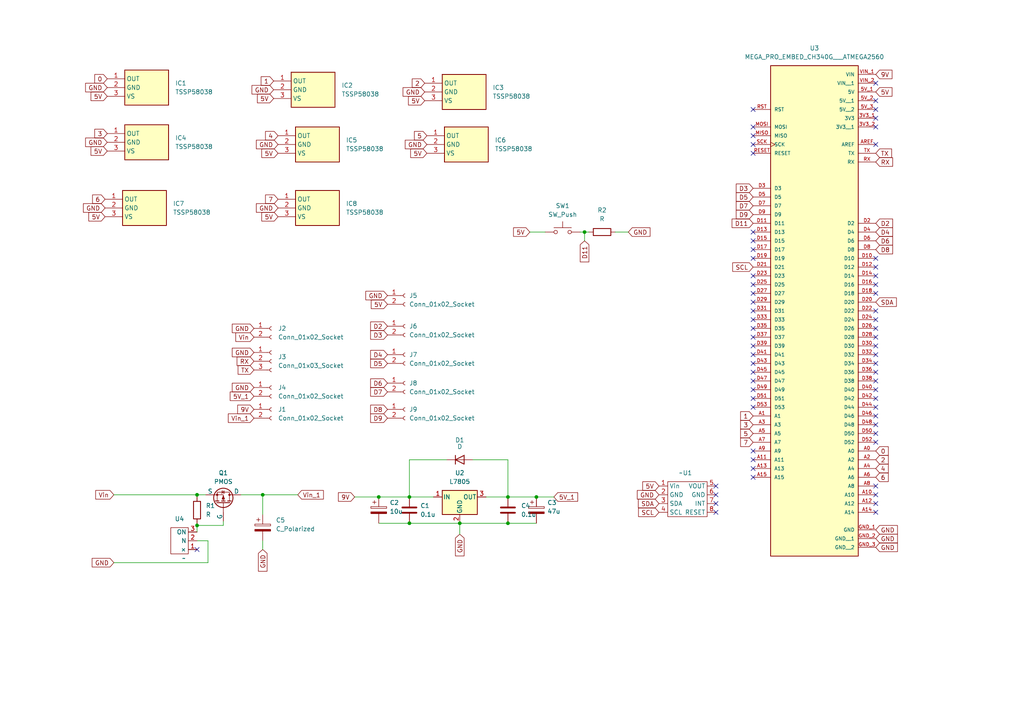
<source format=kicad_sch>
(kicad_sch (version 20230121) (generator eeschema)

  (uuid 8ea7633a-d32e-49d1-9620-5944465ab851)

  (paper "A4")

  (lib_symbols
    (symbol "BNO-055:BNO055" (in_bom yes) (on_board yes)
      (property "Reference" "U" (at 0 0 0)
        (effects (font (size 1.27 1.27)))
      )
      (property "Value" "" (at 0 0 0)
        (effects (font (size 1.27 1.27)))
      )
      (property "Footprint" "" (at 0 0 0)
        (effects (font (size 1.27 1.27)) hide)
      )
      (property "Datasheet" "" (at 0 0 0)
        (effects (font (size 1.27 1.27)) hide)
      )
      (symbol "BNO055_0_1"
        (polyline
          (pts
            (xy -3.81 -2.54)
            (xy -3.81 -12.7)
            (xy 7.62 -12.7)
            (xy 7.62 -2.54)
            (xy -3.81 -2.54)
          )
          (stroke (width 0) (type default))
          (fill (type none))
        )
      )
      (symbol "BNO055_1_1"
        (pin bidirectional line (at -6.35 -3.81 0) (length 2.54)
          (name "Vin" (effects (font (size 1.27 1.27))))
          (number "1" (effects (font (size 1.27 1.27))))
        )
        (pin bidirectional line (at -6.35 -6.35 0) (length 2.54)
          (name "GND" (effects (font (size 1.27 1.27))))
          (number "2" (effects (font (size 1.27 1.27))))
        )
        (pin bidirectional line (at -6.35 -8.89 0) (length 2.54)
          (name "SDA" (effects (font (size 1.27 1.27))))
          (number "3" (effects (font (size 1.27 1.27))))
        )
        (pin bidirectional line (at -6.35 -11.43 0) (length 2.54)
          (name "SCL" (effects (font (size 1.27 1.27))))
          (number "4" (effects (font (size 1.27 1.27))))
        )
        (pin bidirectional line (at 10.16 -3.81 180) (length 2.54)
          (name "VOUT" (effects (font (size 1.27 1.27))))
          (number "5" (effects (font (size 1.27 1.27))))
        )
        (pin bidirectional line (at 10.16 -6.35 180) (length 2.54)
          (name "GND" (effects (font (size 1.27 1.27))))
          (number "6" (effects (font (size 1.27 1.27))))
        )
        (pin bidirectional line (at 10.16 -8.89 180) (length 2.54)
          (name "INT" (effects (font (size 1.27 1.27))))
          (number "7" (effects (font (size 1.27 1.27))))
        )
        (pin bidirectional line (at 10.16 -11.43 180) (length 2.54)
          (name "RESET" (effects (font (size 1.27 1.27))))
          (number "8" (effects (font (size 1.27 1.27))))
        )
      )
    )
    (symbol "Connector:Conn_01x02_Socket" (pin_names (offset 1.016) hide) (in_bom yes) (on_board yes)
      (property "Reference" "J" (at 0 2.54 0)
        (effects (font (size 1.27 1.27)))
      )
      (property "Value" "Conn_01x02_Socket" (at 0 -5.08 0)
        (effects (font (size 1.27 1.27)))
      )
      (property "Footprint" "" (at 0 0 0)
        (effects (font (size 1.27 1.27)) hide)
      )
      (property "Datasheet" "~" (at 0 0 0)
        (effects (font (size 1.27 1.27)) hide)
      )
      (property "ki_locked" "" (at 0 0 0)
        (effects (font (size 1.27 1.27)))
      )
      (property "ki_keywords" "connector" (at 0 0 0)
        (effects (font (size 1.27 1.27)) hide)
      )
      (property "ki_description" "Generic connector, single row, 01x02, script generated" (at 0 0 0)
        (effects (font (size 1.27 1.27)) hide)
      )
      (property "ki_fp_filters" "Connector*:*_1x??_*" (at 0 0 0)
        (effects (font (size 1.27 1.27)) hide)
      )
      (symbol "Conn_01x02_Socket_1_1"
        (arc (start 0 -2.032) (mid -0.5058 -2.54) (end 0 -3.048)
          (stroke (width 0.1524) (type default))
          (fill (type none))
        )
        (polyline
          (pts
            (xy -1.27 -2.54)
            (xy -0.508 -2.54)
          )
          (stroke (width 0.1524) (type default))
          (fill (type none))
        )
        (polyline
          (pts
            (xy -1.27 0)
            (xy -0.508 0)
          )
          (stroke (width 0.1524) (type default))
          (fill (type none))
        )
        (arc (start 0 0.508) (mid -0.5058 0) (end 0 -0.508)
          (stroke (width 0.1524) (type default))
          (fill (type none))
        )
        (pin passive line (at -5.08 0 0) (length 3.81)
          (name "Pin_1" (effects (font (size 1.27 1.27))))
          (number "1" (effects (font (size 1.27 1.27))))
        )
        (pin passive line (at -5.08 -2.54 0) (length 3.81)
          (name "Pin_2" (effects (font (size 1.27 1.27))))
          (number "2" (effects (font (size 1.27 1.27))))
        )
      )
    )
    (symbol "Connector:Conn_01x03_Socket" (pin_names (offset 1.016) hide) (in_bom yes) (on_board yes)
      (property "Reference" "J" (at 0 5.08 0)
        (effects (font (size 1.27 1.27)))
      )
      (property "Value" "Conn_01x03_Socket" (at 0 -5.08 0)
        (effects (font (size 1.27 1.27)))
      )
      (property "Footprint" "" (at 0 0 0)
        (effects (font (size 1.27 1.27)) hide)
      )
      (property "Datasheet" "~" (at 0 0 0)
        (effects (font (size 1.27 1.27)) hide)
      )
      (property "ki_locked" "" (at 0 0 0)
        (effects (font (size 1.27 1.27)))
      )
      (property "ki_keywords" "connector" (at 0 0 0)
        (effects (font (size 1.27 1.27)) hide)
      )
      (property "ki_description" "Generic connector, single row, 01x03, script generated" (at 0 0 0)
        (effects (font (size 1.27 1.27)) hide)
      )
      (property "ki_fp_filters" "Connector*:*_1x??_*" (at 0 0 0)
        (effects (font (size 1.27 1.27)) hide)
      )
      (symbol "Conn_01x03_Socket_1_1"
        (arc (start 0 -2.032) (mid -0.5058 -2.54) (end 0 -3.048)
          (stroke (width 0.1524) (type default))
          (fill (type none))
        )
        (polyline
          (pts
            (xy -1.27 -2.54)
            (xy -0.508 -2.54)
          )
          (stroke (width 0.1524) (type default))
          (fill (type none))
        )
        (polyline
          (pts
            (xy -1.27 0)
            (xy -0.508 0)
          )
          (stroke (width 0.1524) (type default))
          (fill (type none))
        )
        (polyline
          (pts
            (xy -1.27 2.54)
            (xy -0.508 2.54)
          )
          (stroke (width 0.1524) (type default))
          (fill (type none))
        )
        (arc (start 0 0.508) (mid -0.5058 0) (end 0 -0.508)
          (stroke (width 0.1524) (type default))
          (fill (type none))
        )
        (arc (start 0 3.048) (mid -0.5058 2.54) (end 0 2.032)
          (stroke (width 0.1524) (type default))
          (fill (type none))
        )
        (pin passive line (at -5.08 2.54 0) (length 3.81)
          (name "Pin_1" (effects (font (size 1.27 1.27))))
          (number "1" (effects (font (size 1.27 1.27))))
        )
        (pin passive line (at -5.08 0 0) (length 3.81)
          (name "Pin_2" (effects (font (size 1.27 1.27))))
          (number "2" (effects (font (size 1.27 1.27))))
        )
        (pin passive line (at -5.08 -2.54 0) (length 3.81)
          (name "Pin_3" (effects (font (size 1.27 1.27))))
          (number "3" (effects (font (size 1.27 1.27))))
        )
      )
    )
    (symbol "Device:C" (pin_numbers hide) (pin_names (offset 0.254)) (in_bom yes) (on_board yes)
      (property "Reference" "C" (at 0.635 2.54 0)
        (effects (font (size 1.27 1.27)) (justify left))
      )
      (property "Value" "C" (at 0.635 -2.54 0)
        (effects (font (size 1.27 1.27)) (justify left))
      )
      (property "Footprint" "" (at 0.9652 -3.81 0)
        (effects (font (size 1.27 1.27)) hide)
      )
      (property "Datasheet" "~" (at 0 0 0)
        (effects (font (size 1.27 1.27)) hide)
      )
      (property "ki_keywords" "cap capacitor" (at 0 0 0)
        (effects (font (size 1.27 1.27)) hide)
      )
      (property "ki_description" "Unpolarized capacitor" (at 0 0 0)
        (effects (font (size 1.27 1.27)) hide)
      )
      (property "ki_fp_filters" "C_*" (at 0 0 0)
        (effects (font (size 1.27 1.27)) hide)
      )
      (symbol "C_0_1"
        (polyline
          (pts
            (xy -2.032 -0.762)
            (xy 2.032 -0.762)
          )
          (stroke (width 0.508) (type default))
          (fill (type none))
        )
        (polyline
          (pts
            (xy -2.032 0.762)
            (xy 2.032 0.762)
          )
          (stroke (width 0.508) (type default))
          (fill (type none))
        )
      )
      (symbol "C_1_1"
        (pin passive line (at 0 3.81 270) (length 2.794)
          (name "~" (effects (font (size 1.27 1.27))))
          (number "1" (effects (font (size 1.27 1.27))))
        )
        (pin passive line (at 0 -3.81 90) (length 2.794)
          (name "~" (effects (font (size 1.27 1.27))))
          (number "2" (effects (font (size 1.27 1.27))))
        )
      )
    )
    (symbol "Device:C_Polarized" (pin_numbers hide) (pin_names (offset 0.254)) (in_bom yes) (on_board yes)
      (property "Reference" "C" (at 0.635 2.54 0)
        (effects (font (size 1.27 1.27)) (justify left))
      )
      (property "Value" "C_Polarized" (at 0.635 -2.54 0)
        (effects (font (size 1.27 1.27)) (justify left))
      )
      (property "Footprint" "" (at 0.9652 -3.81 0)
        (effects (font (size 1.27 1.27)) hide)
      )
      (property "Datasheet" "~" (at 0 0 0)
        (effects (font (size 1.27 1.27)) hide)
      )
      (property "ki_keywords" "cap capacitor" (at 0 0 0)
        (effects (font (size 1.27 1.27)) hide)
      )
      (property "ki_description" "Polarized capacitor" (at 0 0 0)
        (effects (font (size 1.27 1.27)) hide)
      )
      (property "ki_fp_filters" "CP_*" (at 0 0 0)
        (effects (font (size 1.27 1.27)) hide)
      )
      (symbol "C_Polarized_0_1"
        (rectangle (start -2.286 0.508) (end 2.286 1.016)
          (stroke (width 0) (type default))
          (fill (type none))
        )
        (polyline
          (pts
            (xy -1.778 2.286)
            (xy -0.762 2.286)
          )
          (stroke (width 0) (type default))
          (fill (type none))
        )
        (polyline
          (pts
            (xy -1.27 2.794)
            (xy -1.27 1.778)
          )
          (stroke (width 0) (type default))
          (fill (type none))
        )
        (rectangle (start 2.286 -0.508) (end -2.286 -1.016)
          (stroke (width 0) (type default))
          (fill (type outline))
        )
      )
      (symbol "C_Polarized_1_1"
        (pin passive line (at 0 3.81 270) (length 2.794)
          (name "~" (effects (font (size 1.27 1.27))))
          (number "1" (effects (font (size 1.27 1.27))))
        )
        (pin passive line (at 0 -3.81 90) (length 2.794)
          (name "~" (effects (font (size 1.27 1.27))))
          (number "2" (effects (font (size 1.27 1.27))))
        )
      )
    )
    (symbol "Device:D" (pin_numbers hide) (pin_names (offset 1.016) hide) (in_bom yes) (on_board yes)
      (property "Reference" "D" (at 0 2.54 0)
        (effects (font (size 1.27 1.27)))
      )
      (property "Value" "D" (at 0 -2.54 0)
        (effects (font (size 1.27 1.27)))
      )
      (property "Footprint" "" (at 0 0 0)
        (effects (font (size 1.27 1.27)) hide)
      )
      (property "Datasheet" "~" (at 0 0 0)
        (effects (font (size 1.27 1.27)) hide)
      )
      (property "Sim.Device" "D" (at 0 0 0)
        (effects (font (size 1.27 1.27)) hide)
      )
      (property "Sim.Pins" "1=K 2=A" (at 0 0 0)
        (effects (font (size 1.27 1.27)) hide)
      )
      (property "ki_keywords" "diode" (at 0 0 0)
        (effects (font (size 1.27 1.27)) hide)
      )
      (property "ki_description" "Diode" (at 0 0 0)
        (effects (font (size 1.27 1.27)) hide)
      )
      (property "ki_fp_filters" "TO-???* *_Diode_* *SingleDiode* D_*" (at 0 0 0)
        (effects (font (size 1.27 1.27)) hide)
      )
      (symbol "D_0_1"
        (polyline
          (pts
            (xy -1.27 1.27)
            (xy -1.27 -1.27)
          )
          (stroke (width 0.254) (type default))
          (fill (type none))
        )
        (polyline
          (pts
            (xy 1.27 0)
            (xy -1.27 0)
          )
          (stroke (width 0) (type default))
          (fill (type none))
        )
        (polyline
          (pts
            (xy 1.27 1.27)
            (xy 1.27 -1.27)
            (xy -1.27 0)
            (xy 1.27 1.27)
          )
          (stroke (width 0.254) (type default))
          (fill (type none))
        )
      )
      (symbol "D_1_1"
        (pin passive line (at -3.81 0 0) (length 2.54)
          (name "K" (effects (font (size 1.27 1.27))))
          (number "1" (effects (font (size 1.27 1.27))))
        )
        (pin passive line (at 3.81 0 180) (length 2.54)
          (name "A" (effects (font (size 1.27 1.27))))
          (number "2" (effects (font (size 1.27 1.27))))
        )
      )
    )
    (symbol "Device:R" (pin_numbers hide) (pin_names (offset 0)) (in_bom yes) (on_board yes)
      (property "Reference" "R" (at 2.032 0 90)
        (effects (font (size 1.27 1.27)))
      )
      (property "Value" "R" (at 0 0 90)
        (effects (font (size 1.27 1.27)))
      )
      (property "Footprint" "" (at -1.778 0 90)
        (effects (font (size 1.27 1.27)) hide)
      )
      (property "Datasheet" "~" (at 0 0 0)
        (effects (font (size 1.27 1.27)) hide)
      )
      (property "ki_keywords" "R res resistor" (at 0 0 0)
        (effects (font (size 1.27 1.27)) hide)
      )
      (property "ki_description" "Resistor" (at 0 0 0)
        (effects (font (size 1.27 1.27)) hide)
      )
      (property "ki_fp_filters" "R_*" (at 0 0 0)
        (effects (font (size 1.27 1.27)) hide)
      )
      (symbol "R_0_1"
        (rectangle (start -1.016 -2.54) (end 1.016 2.54)
          (stroke (width 0.254) (type default))
          (fill (type none))
        )
      )
      (symbol "R_1_1"
        (pin passive line (at 0 3.81 270) (length 1.27)
          (name "~" (effects (font (size 1.27 1.27))))
          (number "1" (effects (font (size 1.27 1.27))))
        )
        (pin passive line (at 0 -3.81 90) (length 1.27)
          (name "~" (effects (font (size 1.27 1.27))))
          (number "2" (effects (font (size 1.27 1.27))))
        )
      )
    )
    (symbol "MEGA_PRO_EMBED_CH340G___ATMEGA2560:MEGA_PRO_EMBED_CH340G___ATMEGA2560" (pin_names (offset 1.016)) (in_bom yes) (on_board yes)
      (property "Reference" "U" (at -12.7 63.5 0)
        (effects (font (size 1.27 1.27)) (justify left bottom))
      )
      (property "Value" "MEGA_PRO_EMBED_CH340G___ATMEGA2560" (at -12.7 -81.28 0)
        (effects (font (size 1.27 1.27)) (justify left bottom))
      )
      (property "Footprint" "MEGA_PRO_EMBED_CH340G___ATMEGA2560:MODULE_MEGA_PRO_EMBED_CH340G___ATMEGA2560" (at 0 0 0)
        (effects (font (size 1.27 1.27)) (justify bottom) hide)
      )
      (property "Datasheet" "" (at 0 0 0)
        (effects (font (size 1.27 1.27)) hide)
      )
      (property "MF" "Robotdyn" (at 0 0 0)
        (effects (font (size 1.27 1.27)) (justify bottom) hide)
      )
      (property "Description" "\n" (at 0 0 0)
        (effects (font (size 1.27 1.27)) (justify bottom) hide)
      )
      (property "Package" "None" (at 0 0 0)
        (effects (font (size 1.27 1.27)) (justify bottom) hide)
      )
      (property "Price" "None" (at 0 0 0)
        (effects (font (size 1.27 1.27)) (justify bottom) hide)
      )
      (property "Check_prices" "https://www.snapeda.com/parts/Mega%20Pro%20Embed%20CH340G%20/%20ATmega2560/Robotdyn/view-part/?ref=eda" (at 0 0 0)
        (effects (font (size 1.27 1.27)) (justify bottom) hide)
      )
      (property "MAXIMUM_PACKAGE_HIEGHT" "" (at 0 0 0)
        (effects (font (size 1.27 1.27)) (justify bottom) hide)
      )
      (property "STANDARD" "Manufacturer Recommendations" (at 0 0 0)
        (effects (font (size 1.27 1.27)) (justify bottom) hide)
      )
      (property "PARTREV" "12/May/2017" (at 0 0 0)
        (effects (font (size 1.27 1.27)) (justify bottom) hide)
      )
      (property "SnapEDA_Link" "https://www.snapeda.com/parts/Mega%20Pro%20Embed%20CH340G%20/%20ATmega2560/Robotdyn/view-part/?ref=snap" (at 0 0 0)
        (effects (font (size 1.27 1.27)) (justify bottom) hide)
      )
      (property "MP" "Mega Pro Embed CH340G / ATmega2560" (at 0 0 0)
        (effects (font (size 1.27 1.27)) (justify bottom) hide)
      )
      (property "Availability" "Not in stock" (at 0 0 0)
        (effects (font (size 1.27 1.27)) (justify bottom) hide)
      )
      (property "MANUFACTURER" "Robotdyn" (at 0 0 0)
        (effects (font (size 1.27 1.27)) (justify bottom) hide)
      )
      (symbol "MEGA_PRO_EMBED_CH340G___ATMEGA2560_0_0"
        (rectangle (start -12.7 -78.74) (end 12.7 63.5)
          (stroke (width 0.254) (type default))
          (fill (type background))
        )
        (pin power_in line (at 17.78 48.26 180) (length 5.08)
          (name "3V3" (effects (font (size 1.016 1.016))))
          (number "3V3_1" (effects (font (size 1.016 1.016))))
        )
        (pin power_in line (at 17.78 45.72 180) (length 5.08)
          (name "3V3__1" (effects (font (size 1.016 1.016))))
          (number "3V3_2" (effects (font (size 1.016 1.016))))
        )
        (pin power_in line (at 17.78 55.88 180) (length 5.08)
          (name "5V" (effects (font (size 1.016 1.016))))
          (number "5V_1" (effects (font (size 1.016 1.016))))
        )
        (pin power_in line (at 17.78 53.34 180) (length 5.08)
          (name "5V__1" (effects (font (size 1.016 1.016))))
          (number "5V_2" (effects (font (size 1.016 1.016))))
        )
        (pin power_in line (at 17.78 50.8 180) (length 5.08)
          (name "5V__2" (effects (font (size 1.016 1.016))))
          (number "5V_3" (effects (font (size 1.016 1.016))))
        )
        (pin bidirectional line (at 17.78 -48.26 180) (length 5.08)
          (name "A0" (effects (font (size 1.016 1.016))))
          (number "A0" (effects (font (size 1.016 1.016))))
        )
        (pin bidirectional line (at -17.78 -38.1 0) (length 5.08)
          (name "A1" (effects (font (size 1.016 1.016))))
          (number "A1" (effects (font (size 1.016 1.016))))
        )
        (pin bidirectional line (at 17.78 -60.96 180) (length 5.08)
          (name "A10" (effects (font (size 1.016 1.016))))
          (number "A10" (effects (font (size 1.016 1.016))))
        )
        (pin bidirectional line (at -17.78 -50.8 0) (length 5.08)
          (name "A11" (effects (font (size 1.016 1.016))))
          (number "A11" (effects (font (size 1.016 1.016))))
        )
        (pin bidirectional line (at 17.78 -63.5 180) (length 5.08)
          (name "A12" (effects (font (size 1.016 1.016))))
          (number "A12" (effects (font (size 1.016 1.016))))
        )
        (pin bidirectional line (at -17.78 -53.34 0) (length 5.08)
          (name "A13" (effects (font (size 1.016 1.016))))
          (number "A13" (effects (font (size 1.016 1.016))))
        )
        (pin bidirectional line (at 17.78 -66.04 180) (length 5.08)
          (name "A14" (effects (font (size 1.016 1.016))))
          (number "A14" (effects (font (size 1.016 1.016))))
        )
        (pin bidirectional line (at -17.78 -55.88 0) (length 5.08)
          (name "A15" (effects (font (size 1.016 1.016))))
          (number "A15" (effects (font (size 1.016 1.016))))
        )
        (pin bidirectional line (at 17.78 -50.8 180) (length 5.08)
          (name "A2" (effects (font (size 1.016 1.016))))
          (number "A2" (effects (font (size 1.016 1.016))))
        )
        (pin bidirectional line (at -17.78 -40.64 0) (length 5.08)
          (name "A3" (effects (font (size 1.016 1.016))))
          (number "A3" (effects (font (size 1.016 1.016))))
        )
        (pin bidirectional line (at 17.78 -53.34 180) (length 5.08)
          (name "A4" (effects (font (size 1.016 1.016))))
          (number "A4" (effects (font (size 1.016 1.016))))
        )
        (pin bidirectional line (at -17.78 -43.18 0) (length 5.08)
          (name "A5" (effects (font (size 1.016 1.016))))
          (number "A5" (effects (font (size 1.016 1.016))))
        )
        (pin bidirectional line (at 17.78 -55.88 180) (length 5.08)
          (name "A6" (effects (font (size 1.016 1.016))))
          (number "A6" (effects (font (size 1.016 1.016))))
        )
        (pin bidirectional line (at -17.78 -45.72 0) (length 5.08)
          (name "A7" (effects (font (size 1.016 1.016))))
          (number "A7" (effects (font (size 1.016 1.016))))
        )
        (pin bidirectional line (at 17.78 -58.42 180) (length 5.08)
          (name "A8" (effects (font (size 1.016 1.016))))
          (number "A8" (effects (font (size 1.016 1.016))))
        )
        (pin bidirectional line (at -17.78 -48.26 0) (length 5.08)
          (name "A9" (effects (font (size 1.016 1.016))))
          (number "A9" (effects (font (size 1.016 1.016))))
        )
        (pin bidirectional line (at 17.78 40.64 180) (length 5.08)
          (name "AREF" (effects (font (size 1.016 1.016))))
          (number "AREF" (effects (font (size 1.016 1.016))))
        )
        (pin bidirectional line (at 17.78 7.62 180) (length 5.08)
          (name "D10" (effects (font (size 1.016 1.016))))
          (number "D10" (effects (font (size 1.016 1.016))))
        )
        (pin bidirectional line (at -17.78 17.78 0) (length 5.08)
          (name "D11" (effects (font (size 1.016 1.016))))
          (number "D11" (effects (font (size 1.016 1.016))))
        )
        (pin bidirectional line (at 17.78 5.08 180) (length 5.08)
          (name "D12" (effects (font (size 1.016 1.016))))
          (number "D12" (effects (font (size 1.016 1.016))))
        )
        (pin bidirectional line (at -17.78 15.24 0) (length 5.08)
          (name "D13" (effects (font (size 1.016 1.016))))
          (number "D13" (effects (font (size 1.016 1.016))))
        )
        (pin bidirectional line (at 17.78 2.54 180) (length 5.08)
          (name "D14" (effects (font (size 1.016 1.016))))
          (number "D14" (effects (font (size 1.016 1.016))))
        )
        (pin bidirectional line (at -17.78 12.7 0) (length 5.08)
          (name "D15" (effects (font (size 1.016 1.016))))
          (number "D15" (effects (font (size 1.016 1.016))))
        )
        (pin bidirectional line (at 17.78 0 180) (length 5.08)
          (name "D16" (effects (font (size 1.016 1.016))))
          (number "D16" (effects (font (size 1.016 1.016))))
        )
        (pin bidirectional line (at -17.78 10.16 0) (length 5.08)
          (name "D17" (effects (font (size 1.016 1.016))))
          (number "D17" (effects (font (size 1.016 1.016))))
        )
        (pin bidirectional line (at 17.78 -2.54 180) (length 5.08)
          (name "D18" (effects (font (size 1.016 1.016))))
          (number "D18" (effects (font (size 1.016 1.016))))
        )
        (pin bidirectional line (at -17.78 7.62 0) (length 5.08)
          (name "D19" (effects (font (size 1.016 1.016))))
          (number "D19" (effects (font (size 1.016 1.016))))
        )
        (pin bidirectional line (at 17.78 17.78 180) (length 5.08)
          (name "D2" (effects (font (size 1.016 1.016))))
          (number "D2" (effects (font (size 1.016 1.016))))
        )
        (pin bidirectional line (at 17.78 -5.08 180) (length 5.08)
          (name "D20" (effects (font (size 1.016 1.016))))
          (number "D20" (effects (font (size 1.016 1.016))))
        )
        (pin bidirectional line (at -17.78 5.08 0) (length 5.08)
          (name "D21" (effects (font (size 1.016 1.016))))
          (number "D21" (effects (font (size 1.016 1.016))))
        )
        (pin bidirectional line (at 17.78 -7.62 180) (length 5.08)
          (name "D22" (effects (font (size 1.016 1.016))))
          (number "D22" (effects (font (size 1.016 1.016))))
        )
        (pin bidirectional line (at -17.78 2.54 0) (length 5.08)
          (name "D23" (effects (font (size 1.016 1.016))))
          (number "D23" (effects (font (size 1.016 1.016))))
        )
        (pin bidirectional line (at 17.78 -10.16 180) (length 5.08)
          (name "D24" (effects (font (size 1.016 1.016))))
          (number "D24" (effects (font (size 1.016 1.016))))
        )
        (pin bidirectional line (at -17.78 0 0) (length 5.08)
          (name "D25" (effects (font (size 1.016 1.016))))
          (number "D25" (effects (font (size 1.016 1.016))))
        )
        (pin bidirectional line (at 17.78 -12.7 180) (length 5.08)
          (name "D26" (effects (font (size 1.016 1.016))))
          (number "D26" (effects (font (size 1.016 1.016))))
        )
        (pin bidirectional line (at -17.78 -2.54 0) (length 5.08)
          (name "D27" (effects (font (size 1.016 1.016))))
          (number "D27" (effects (font (size 1.016 1.016))))
        )
        (pin bidirectional line (at 17.78 -15.24 180) (length 5.08)
          (name "D28" (effects (font (size 1.016 1.016))))
          (number "D28" (effects (font (size 1.016 1.016))))
        )
        (pin bidirectional line (at -17.78 -5.08 0) (length 5.08)
          (name "D29" (effects (font (size 1.016 1.016))))
          (number "D29" (effects (font (size 1.016 1.016))))
        )
        (pin bidirectional line (at -17.78 27.94 0) (length 5.08)
          (name "D3" (effects (font (size 1.016 1.016))))
          (number "D3" (effects (font (size 1.016 1.016))))
        )
        (pin bidirectional line (at 17.78 -17.78 180) (length 5.08)
          (name "D30" (effects (font (size 1.016 1.016))))
          (number "D30" (effects (font (size 1.016 1.016))))
        )
        (pin bidirectional line (at -17.78 -7.62 0) (length 5.08)
          (name "D31" (effects (font (size 1.016 1.016))))
          (number "D31" (effects (font (size 1.016 1.016))))
        )
        (pin bidirectional line (at 17.78 -20.32 180) (length 5.08)
          (name "D32" (effects (font (size 1.016 1.016))))
          (number "D32" (effects (font (size 1.016 1.016))))
        )
        (pin bidirectional line (at -17.78 -10.16 0) (length 5.08)
          (name "D33" (effects (font (size 1.016 1.016))))
          (number "D33" (effects (font (size 1.016 1.016))))
        )
        (pin bidirectional line (at 17.78 -22.86 180) (length 5.08)
          (name "D34" (effects (font (size 1.016 1.016))))
          (number "D34" (effects (font (size 1.016 1.016))))
        )
        (pin bidirectional line (at -17.78 -12.7 0) (length 5.08)
          (name "D35" (effects (font (size 1.016 1.016))))
          (number "D35" (effects (font (size 1.016 1.016))))
        )
        (pin bidirectional line (at 17.78 -25.4 180) (length 5.08)
          (name "D36" (effects (font (size 1.016 1.016))))
          (number "D36" (effects (font (size 1.016 1.016))))
        )
        (pin bidirectional line (at -17.78 -15.24 0) (length 5.08)
          (name "D37" (effects (font (size 1.016 1.016))))
          (number "D37" (effects (font (size 1.016 1.016))))
        )
        (pin bidirectional line (at 17.78 -27.94 180) (length 5.08)
          (name "D38" (effects (font (size 1.016 1.016))))
          (number "D38" (effects (font (size 1.016 1.016))))
        )
        (pin bidirectional line (at -17.78 -17.78 0) (length 5.08)
          (name "D39" (effects (font (size 1.016 1.016))))
          (number "D39" (effects (font (size 1.016 1.016))))
        )
        (pin bidirectional line (at 17.78 15.24 180) (length 5.08)
          (name "D4" (effects (font (size 1.016 1.016))))
          (number "D4" (effects (font (size 1.016 1.016))))
        )
        (pin bidirectional line (at 17.78 -30.48 180) (length 5.08)
          (name "D40" (effects (font (size 1.016 1.016))))
          (number "D40" (effects (font (size 1.016 1.016))))
        )
        (pin bidirectional line (at -17.78 -20.32 0) (length 5.08)
          (name "D41" (effects (font (size 1.016 1.016))))
          (number "D41" (effects (font (size 1.016 1.016))))
        )
        (pin bidirectional line (at 17.78 -33.02 180) (length 5.08)
          (name "D42" (effects (font (size 1.016 1.016))))
          (number "D42" (effects (font (size 1.016 1.016))))
        )
        (pin bidirectional line (at -17.78 -22.86 0) (length 5.08)
          (name "D43" (effects (font (size 1.016 1.016))))
          (number "D43" (effects (font (size 1.016 1.016))))
        )
        (pin bidirectional line (at 17.78 -35.56 180) (length 5.08)
          (name "D44" (effects (font (size 1.016 1.016))))
          (number "D44" (effects (font (size 1.016 1.016))))
        )
        (pin bidirectional line (at -17.78 -25.4 0) (length 5.08)
          (name "D45" (effects (font (size 1.016 1.016))))
          (number "D45" (effects (font (size 1.016 1.016))))
        )
        (pin bidirectional line (at 17.78 -38.1 180) (length 5.08)
          (name "D46" (effects (font (size 1.016 1.016))))
          (number "D46" (effects (font (size 1.016 1.016))))
        )
        (pin bidirectional line (at -17.78 -27.94 0) (length 5.08)
          (name "D47" (effects (font (size 1.016 1.016))))
          (number "D47" (effects (font (size 1.016 1.016))))
        )
        (pin bidirectional line (at 17.78 -40.64 180) (length 5.08)
          (name "D48" (effects (font (size 1.016 1.016))))
          (number "D48" (effects (font (size 1.016 1.016))))
        )
        (pin bidirectional line (at -17.78 -30.48 0) (length 5.08)
          (name "D49" (effects (font (size 1.016 1.016))))
          (number "D49" (effects (font (size 1.016 1.016))))
        )
        (pin bidirectional line (at -17.78 25.4 0) (length 5.08)
          (name "D5" (effects (font (size 1.016 1.016))))
          (number "D5" (effects (font (size 1.016 1.016))))
        )
        (pin bidirectional line (at 17.78 -43.18 180) (length 5.08)
          (name "D50" (effects (font (size 1.016 1.016))))
          (number "D50" (effects (font (size 1.016 1.016))))
        )
        (pin bidirectional line (at -17.78 -33.02 0) (length 5.08)
          (name "D51" (effects (font (size 1.016 1.016))))
          (number "D51" (effects (font (size 1.016 1.016))))
        )
        (pin bidirectional line (at 17.78 -45.72 180) (length 5.08)
          (name "D52" (effects (font (size 1.016 1.016))))
          (number "D52" (effects (font (size 1.016 1.016))))
        )
        (pin bidirectional line (at -17.78 -35.56 0) (length 5.08)
          (name "D53" (effects (font (size 1.016 1.016))))
          (number "D53" (effects (font (size 1.016 1.016))))
        )
        (pin bidirectional line (at 17.78 12.7 180) (length 5.08)
          (name "D6" (effects (font (size 1.016 1.016))))
          (number "D6" (effects (font (size 1.016 1.016))))
        )
        (pin bidirectional line (at -17.78 22.86 0) (length 5.08)
          (name "D7" (effects (font (size 1.016 1.016))))
          (number "D7" (effects (font (size 1.016 1.016))))
        )
        (pin bidirectional line (at 17.78 10.16 180) (length 5.08)
          (name "D8" (effects (font (size 1.016 1.016))))
          (number "D8" (effects (font (size 1.016 1.016))))
        )
        (pin bidirectional line (at -17.78 20.32 0) (length 5.08)
          (name "D9" (effects (font (size 1.016 1.016))))
          (number "D9" (effects (font (size 1.016 1.016))))
        )
        (pin power_in line (at 17.78 -71.12 180) (length 5.08)
          (name "GND" (effects (font (size 1.016 1.016))))
          (number "GND_1" (effects (font (size 1.016 1.016))))
        )
        (pin power_in line (at 17.78 -73.66 180) (length 5.08)
          (name "GND__1" (effects (font (size 1.016 1.016))))
          (number "GND_2" (effects (font (size 1.016 1.016))))
        )
        (pin power_in line (at 17.78 -76.2 180) (length 5.08)
          (name "GND__2" (effects (font (size 1.016 1.016))))
          (number "GND_3" (effects (font (size 1.016 1.016))))
        )
        (pin bidirectional line (at -17.78 43.18 0) (length 5.08)
          (name "MISO" (effects (font (size 1.016 1.016))))
          (number "MISO" (effects (font (size 1.016 1.016))))
        )
        (pin bidirectional line (at -17.78 45.72 0) (length 5.08)
          (name "MOSI" (effects (font (size 1.016 1.016))))
          (number "MOSI" (effects (font (size 1.016 1.016))))
        )
        (pin input line (at -17.78 38.1 0) (length 5.08)
          (name "RESET" (effects (font (size 1.016 1.016))))
          (number "RESET" (effects (font (size 1.016 1.016))))
        )
        (pin input line (at -17.78 50.8 0) (length 5.08)
          (name "RST" (effects (font (size 1.016 1.016))))
          (number "RST" (effects (font (size 1.016 1.016))))
        )
        (pin input line (at 17.78 35.56 180) (length 5.08)
          (name "RX" (effects (font (size 1.016 1.016))))
          (number "RX" (effects (font (size 1.016 1.016))))
        )
        (pin bidirectional clock (at -17.78 40.64 0) (length 5.08)
          (name "SCK" (effects (font (size 1.016 1.016))))
          (number "SCK" (effects (font (size 1.016 1.016))))
        )
        (pin output line (at 17.78 38.1 180) (length 5.08)
          (name "TX" (effects (font (size 1.016 1.016))))
          (number "TX" (effects (font (size 1.016 1.016))))
        )
        (pin power_in line (at 17.78 60.96 180) (length 5.08)
          (name "VIN" (effects (font (size 1.016 1.016))))
          (number "VIN_1" (effects (font (size 1.016 1.016))))
        )
        (pin power_in line (at 17.78 58.42 180) (length 5.08)
          (name "VIN__1" (effects (font (size 1.016 1.016))))
          (number "VIN_2" (effects (font (size 1.016 1.016))))
        )
      )
    )
    (symbol "Regulator_Linear:L7805" (pin_names (offset 0.254)) (in_bom yes) (on_board yes)
      (property "Reference" "U" (at -3.81 3.175 0)
        (effects (font (size 1.27 1.27)))
      )
      (property "Value" "L7805" (at 0 3.175 0)
        (effects (font (size 1.27 1.27)) (justify left))
      )
      (property "Footprint" "" (at 0.635 -3.81 0)
        (effects (font (size 1.27 1.27) italic) (justify left) hide)
      )
      (property "Datasheet" "http://www.st.com/content/ccc/resource/technical/document/datasheet/41/4f/b3/b0/12/d4/47/88/CD00000444.pdf/files/CD00000444.pdf/jcr:content/translations/en.CD00000444.pdf" (at 0 -1.27 0)
        (effects (font (size 1.27 1.27)) hide)
      )
      (property "ki_keywords" "Voltage Regulator 1.5A Positive" (at 0 0 0)
        (effects (font (size 1.27 1.27)) hide)
      )
      (property "ki_description" "Positive 1.5A 35V Linear Regulator, Fixed Output 5V, TO-220/TO-263/TO-252" (at 0 0 0)
        (effects (font (size 1.27 1.27)) hide)
      )
      (property "ki_fp_filters" "TO?252* TO?263* TO?220*" (at 0 0 0)
        (effects (font (size 1.27 1.27)) hide)
      )
      (symbol "L7805_0_1"
        (rectangle (start -5.08 1.905) (end 5.08 -5.08)
          (stroke (width 0.254) (type default))
          (fill (type background))
        )
      )
      (symbol "L7805_1_1"
        (pin power_in line (at -7.62 0 0) (length 2.54)
          (name "IN" (effects (font (size 1.27 1.27))))
          (number "1" (effects (font (size 1.27 1.27))))
        )
        (pin power_in line (at 0 -7.62 90) (length 2.54)
          (name "GND" (effects (font (size 1.27 1.27))))
          (number "2" (effects (font (size 1.27 1.27))))
        )
        (pin power_out line (at 7.62 0 180) (length 2.54)
          (name "OUT" (effects (font (size 1.27 1.27))))
          (number "3" (effects (font (size 1.27 1.27))))
        )
      )
    )
    (symbol "SW.tgul:tgul" (in_bom yes) (on_board yes)
      (property "Reference" "U" (at 0 0 0)
        (effects (font (size 1.27 1.27)))
      )
      (property "Value" "" (at 0 0 0)
        (effects (font (size 1.27 1.27)))
      )
      (property "Footprint" "" (at 0 0 0)
        (effects (font (size 1.27 1.27)) hide)
      )
      (property "Datasheet" "" (at 0 0 0)
        (effects (font (size 1.27 1.27)) hide)
      )
      (symbol "tgul_0_1"
        (polyline
          (pts
            (xy -1.27 -1.27)
            (xy 3.81 -1.27)
            (xy 3.81 -8.89)
            (xy -1.27 -8.89)
            (xy -1.27 -1.27)
          )
          (stroke (width 0) (type default))
          (fill (type none))
        )
      )
      (symbol "tgul_1_1"
        (pin input line (at -3.81 -5.08 0) (length 2.54)
          (name "N" (effects (font (size 1.27 1.27))))
          (number "2" (effects (font (size 1.27 1.27))))
        )
        (pin input line (at -3.81 -7.62 0) (length 2.54)
          (name "ON" (effects (font (size 1.27 1.27))))
          (number "3" (effects (font (size 1.27 1.27))))
        )
        (pin input line (at -3.81 -2.54 0) (length 2.54)
          (name "×" (effects (font (size 1.27 1.27))))
          (number "１" (effects (font (size 1.27 1.27))))
        )
      )
    )
    (symbol "SamacSys_Parts:TSSP58038" (in_bom yes) (on_board yes)
      (property "Reference" "IC" (at 19.05 7.62 0)
        (effects (font (size 1.27 1.27)) (justify left top))
      )
      (property "Value" "TSSP58038" (at 19.05 5.08 0)
        (effects (font (size 1.27 1.27)) (justify left top))
      )
      (property "Footprint" "TSSP58038" (at 19.05 -94.92 0)
        (effects (font (size 1.27 1.27)) (justify left top) hide)
      )
      (property "Datasheet" "http://uk.rs-online.com/web/p/products/7730382P" (at 19.05 -194.92 0)
        (effects (font (size 1.27 1.27)) (justify left top) hide)
      )
      (property "Height" "8" (at 19.05 -394.92 0)
        (effects (font (size 1.27 1.27)) (justify left top) hide)
      )
      (property "RS Part Number" "7730382P" (at 19.05 -494.92 0)
        (effects (font (size 1.27 1.27)) (justify left top) hide)
      )
      (property "RS Price/Stock" "http://uk.rs-online.com/web/p/products/7730382P" (at 19.05 -594.92 0)
        (effects (font (size 1.27 1.27)) (justify left top) hide)
      )
      (property "Manufacturer_Name" "Vishay" (at 19.05 -694.92 0)
        (effects (font (size 1.27 1.27)) (justify left top) hide)
      )
      (property "Manufacturer_Part_Number" "TSSP58038" (at 19.05 -794.92 0)
        (effects (font (size 1.27 1.27)) (justify left top) hide)
      )
      (property "ki_description" "IR Receiver Module 38KHz 25m EMI 3-Pin" (at 0 0 0)
        (effects (font (size 1.27 1.27)) hide)
      )
      (symbol "TSSP58038_1_1"
        (rectangle (start 5.08 2.54) (end 17.78 -7.62)
          (stroke (width 0.254) (type default))
          (fill (type background))
        )
        (pin passive line (at 0 0 0) (length 5.08)
          (name "OUT" (effects (font (size 1.27 1.27))))
          (number "1" (effects (font (size 1.27 1.27))))
        )
        (pin passive line (at 0 -2.54 0) (length 5.08)
          (name "GND" (effects (font (size 1.27 1.27))))
          (number "2" (effects (font (size 1.27 1.27))))
        )
        (pin passive line (at 0 -5.08 0) (length 5.08)
          (name "VS" (effects (font (size 1.27 1.27))))
          (number "3" (effects (font (size 1.27 1.27))))
        )
      )
    )
    (symbol "Simulation_SPICE:PMOS" (pin_numbers hide) (pin_names (offset 0)) (in_bom yes) (on_board yes)
      (property "Reference" "Q" (at 5.08 1.27 0)
        (effects (font (size 1.27 1.27)) (justify left))
      )
      (property "Value" "PMOS" (at 5.08 -1.27 0)
        (effects (font (size 1.27 1.27)) (justify left))
      )
      (property "Footprint" "" (at 5.08 2.54 0)
        (effects (font (size 1.27 1.27)) hide)
      )
      (property "Datasheet" "https://ngspice.sourceforge.io/docs/ngspice-manual.pdf" (at 0 -12.7 0)
        (effects (font (size 1.27 1.27)) hide)
      )
      (property "Sim.Device" "PMOS" (at 0 -17.145 0)
        (effects (font (size 1.27 1.27)) hide)
      )
      (property "Sim.Type" "VDMOS" (at 0 -19.05 0)
        (effects (font (size 1.27 1.27)) hide)
      )
      (property "Sim.Pins" "1=D 2=G 3=S" (at 0 -15.24 0)
        (effects (font (size 1.27 1.27)) hide)
      )
      (property "ki_keywords" "transistor PMOS P-MOS P-MOSFET simulation" (at 0 0 0)
        (effects (font (size 1.27 1.27)) hide)
      )
      (property "ki_description" "P-MOSFET transistor, drain/source/gate" (at 0 0 0)
        (effects (font (size 1.27 1.27)) hide)
      )
      (symbol "PMOS_0_1"
        (polyline
          (pts
            (xy 0.254 0)
            (xy -2.54 0)
          )
          (stroke (width 0) (type default))
          (fill (type none))
        )
        (polyline
          (pts
            (xy 0.254 1.905)
            (xy 0.254 -1.905)
          )
          (stroke (width 0.254) (type default))
          (fill (type none))
        )
        (polyline
          (pts
            (xy 0.762 -1.27)
            (xy 0.762 -2.286)
          )
          (stroke (width 0.254) (type default))
          (fill (type none))
        )
        (polyline
          (pts
            (xy 0.762 0.508)
            (xy 0.762 -0.508)
          )
          (stroke (width 0.254) (type default))
          (fill (type none))
        )
        (polyline
          (pts
            (xy 0.762 2.286)
            (xy 0.762 1.27)
          )
          (stroke (width 0.254) (type default))
          (fill (type none))
        )
        (polyline
          (pts
            (xy 2.54 2.54)
            (xy 2.54 1.778)
          )
          (stroke (width 0) (type default))
          (fill (type none))
        )
        (polyline
          (pts
            (xy 2.54 -2.54)
            (xy 2.54 0)
            (xy 0.762 0)
          )
          (stroke (width 0) (type default))
          (fill (type none))
        )
        (polyline
          (pts
            (xy 0.762 1.778)
            (xy 3.302 1.778)
            (xy 3.302 -1.778)
            (xy 0.762 -1.778)
          )
          (stroke (width 0) (type default))
          (fill (type none))
        )
        (polyline
          (pts
            (xy 2.286 0)
            (xy 1.27 0.381)
            (xy 1.27 -0.381)
            (xy 2.286 0)
          )
          (stroke (width 0) (type default))
          (fill (type outline))
        )
        (polyline
          (pts
            (xy 2.794 -0.508)
            (xy 2.921 -0.381)
            (xy 3.683 -0.381)
            (xy 3.81 -0.254)
          )
          (stroke (width 0) (type default))
          (fill (type none))
        )
        (polyline
          (pts
            (xy 3.302 -0.381)
            (xy 2.921 0.254)
            (xy 3.683 0.254)
            (xy 3.302 -0.381)
          )
          (stroke (width 0) (type default))
          (fill (type none))
        )
        (circle (center 1.651 0) (radius 2.794)
          (stroke (width 0.254) (type default))
          (fill (type none))
        )
        (circle (center 2.54 -1.778) (radius 0.254)
          (stroke (width 0) (type default))
          (fill (type outline))
        )
        (circle (center 2.54 1.778) (radius 0.254)
          (stroke (width 0) (type default))
          (fill (type outline))
        )
      )
      (symbol "PMOS_1_1"
        (pin passive line (at 2.54 5.08 270) (length 2.54)
          (name "D" (effects (font (size 1.27 1.27))))
          (number "1" (effects (font (size 1.27 1.27))))
        )
        (pin input line (at -5.08 0 0) (length 2.54)
          (name "G" (effects (font (size 1.27 1.27))))
          (number "2" (effects (font (size 1.27 1.27))))
        )
        (pin passive line (at 2.54 -5.08 90) (length 2.54)
          (name "S" (effects (font (size 1.27 1.27))))
          (number "3" (effects (font (size 1.27 1.27))))
        )
      )
    )
    (symbol "Switch:SW_Push" (pin_numbers hide) (pin_names (offset 1.016) hide) (in_bom yes) (on_board yes)
      (property "Reference" "SW" (at 1.27 2.54 0)
        (effects (font (size 1.27 1.27)) (justify left))
      )
      (property "Value" "SW_Push" (at 0 -1.524 0)
        (effects (font (size 1.27 1.27)))
      )
      (property "Footprint" "" (at 0 5.08 0)
        (effects (font (size 1.27 1.27)) hide)
      )
      (property "Datasheet" "~" (at 0 5.08 0)
        (effects (font (size 1.27 1.27)) hide)
      )
      (property "ki_keywords" "switch normally-open pushbutton push-button" (at 0 0 0)
        (effects (font (size 1.27 1.27)) hide)
      )
      (property "ki_description" "Push button switch, generic, two pins" (at 0 0 0)
        (effects (font (size 1.27 1.27)) hide)
      )
      (symbol "SW_Push_0_1"
        (circle (center -2.032 0) (radius 0.508)
          (stroke (width 0) (type default))
          (fill (type none))
        )
        (polyline
          (pts
            (xy 0 1.27)
            (xy 0 3.048)
          )
          (stroke (width 0) (type default))
          (fill (type none))
        )
        (polyline
          (pts
            (xy 2.54 1.27)
            (xy -2.54 1.27)
          )
          (stroke (width 0) (type default))
          (fill (type none))
        )
        (circle (center 2.032 0) (radius 0.508)
          (stroke (width 0) (type default))
          (fill (type none))
        )
        (pin passive line (at -5.08 0 0) (length 2.54)
          (name "1" (effects (font (size 1.27 1.27))))
          (number "1" (effects (font (size 1.27 1.27))))
        )
        (pin passive line (at 5.08 0 180) (length 2.54)
          (name "2" (effects (font (size 1.27 1.27))))
          (number "2" (effects (font (size 1.27 1.27))))
        )
      )
    )
  )

  (junction (at 57.15 152.4) (diameter 0) (color 0 0 0 0)
    (uuid 1688dc12-00a5-487a-9e64-5e977492834f)
  )
  (junction (at 118.745 151.765) (diameter 0) (color 0 0 0 0)
    (uuid 17995f9c-9428-4322-8586-4821defd1637)
  )
  (junction (at 76.2 143.51) (diameter 0) (color 0 0 0 0)
    (uuid 3453ce1f-ebee-413d-be44-475c8ac26e90)
  )
  (junction (at 57.15 143.51) (diameter 0) (color 0 0 0 0)
    (uuid 38b9de0e-eb09-4850-8b18-cc8a9f1271e8)
  )
  (junction (at 118.745 144.145) (diameter 0) (color 0 0 0 0)
    (uuid 3c5ea56a-5c17-41b6-b0db-a6fe98e08960)
  )
  (junction (at 155.575 144.145) (diameter 0) (color 0 0 0 0)
    (uuid 594a869c-2976-41f8-89db-49ff5c46a7bd)
  )
  (junction (at 169.545 67.31) (diameter 0) (color 0 0 0 0)
    (uuid 93fa6dc8-3e19-4347-b252-7daa338b6048)
  )
  (junction (at 109.855 144.145) (diameter 0) (color 0 0 0 0)
    (uuid a059a3d8-51fc-417a-8671-41c0d2e814a8)
  )
  (junction (at 147.32 151.765) (diameter 0) (color 0 0 0 0)
    (uuid ac74b466-68a3-402f-9251-506566ca835e)
  )
  (junction (at 133.35 151.765) (diameter 0) (color 0 0 0 0)
    (uuid ed1198dc-e976-42cd-bfef-4694887d798d)
  )
  (junction (at 147.32 144.145) (diameter 0) (color 0 0 0 0)
    (uuid fe2ed08f-8dec-45df-bcd5-40f7677237a7)
  )

  (no_connect (at 218.44 72.39) (uuid 04fcaa51-23c4-47c6-815e-80d8efe55c2e))
  (no_connect (at 254 105.41) (uuid 10d981a4-2b93-4280-b660-53823d47f6ff))
  (no_connect (at 218.44 105.41) (uuid 122a2908-54e1-4ce9-a413-8981e436b424))
  (no_connect (at 218.44 39.37) (uuid 136982a6-257f-4029-810b-936bd4c39d2b))
  (no_connect (at 254 82.55) (uuid 17aad8da-efc4-4037-add2-dfc4473b299d))
  (no_connect (at 218.44 118.11) (uuid 1caee9ba-59c8-4372-b2e5-dbcb7cacfe88))
  (no_connect (at 218.44 97.79) (uuid 219553f6-680a-44c2-b2a3-dfc7fa817529))
  (no_connect (at 254 110.49) (uuid 25cea538-bf65-4091-af05-21852bcb08fb))
  (no_connect (at 218.44 74.93) (uuid 31f71aea-717b-4458-a909-a594c2066bd7))
  (no_connect (at 218.44 95.25) (uuid 32cb2425-bf68-4e36-b3e1-09af26f3de9a))
  (no_connect (at 254 100.33) (uuid 33a8fdc1-30a4-46c4-93ef-dbc497852f70))
  (no_connect (at 218.44 138.43) (uuid 3516f809-47d3-4148-bbb5-780fc0c573c4))
  (no_connect (at 218.44 87.63) (uuid 3723747a-7579-44b3-b8b0-1acc44dd7e97))
  (no_connect (at 254 24.13) (uuid 398287b7-52d9-41a2-8bd6-3d461201ee54))
  (no_connect (at 207.645 146.05) (uuid 398cb533-3172-4526-9370-4e5e5d372204))
  (no_connect (at 218.44 67.31) (uuid 3d0b460f-91eb-4b43-9cd1-810ae09622b9))
  (no_connect (at 218.44 107.95) (uuid 406baf73-7750-4e83-b4a0-8daa960a4356))
  (no_connect (at 254 125.73) (uuid 466981f5-51d7-4367-b016-1c0b9ecf8604))
  (no_connect (at 254 113.03) (uuid 46717468-d3d5-4899-b473-569a50a48470))
  (no_connect (at 254 128.27) (uuid 4ac7b031-5f73-4ecd-8db0-78f3317b2bcf))
  (no_connect (at 254 90.17) (uuid 4b7a8bb3-ac76-4ff2-a0e1-dba1d4e0ff10))
  (no_connect (at 218.44 90.17) (uuid 4e851d88-0f12-48bc-bed9-cedfaf21e8b0))
  (no_connect (at 254 120.65) (uuid 5167250c-7519-4933-81ec-6eef08541ca9))
  (no_connect (at 254 115.57) (uuid 573943d4-c4ff-4060-8c59-27ba86210831))
  (no_connect (at 254 148.59) (uuid 5b324dd5-04ec-4b75-a4cb-87a393a62df1))
  (no_connect (at 57.15 159.385) (uuid 619aaee1-7960-4d1f-b1c9-4eb441efb791))
  (no_connect (at 207.645 140.97) (uuid 65c00a9d-c817-4f6c-8cb7-9c6cfaa31489))
  (no_connect (at 254 143.51) (uuid 67d93118-bcf7-4797-8d74-9d5e7fbb70f5))
  (no_connect (at 218.44 69.85) (uuid 6dfee5f3-14fd-403c-8f88-e87f753ce45f))
  (no_connect (at 218.44 130.81) (uuid 75469f49-130e-4996-949f-0fb719c43724))
  (no_connect (at 218.44 44.45) (uuid 7a5adc2d-23af-4ef6-bc41-46a259a363a9))
  (no_connect (at 218.44 100.33) (uuid 866f6f77-39aa-4a52-bde8-3da6f6f298e9))
  (no_connect (at 218.44 85.09) (uuid 8a18f4a0-eb5f-41af-8794-73f8bf3e5c17))
  (no_connect (at 218.44 31.75) (uuid 8e40a69c-490e-432c-815b-7601dc632a96))
  (no_connect (at 218.44 102.87) (uuid 90125e6a-4941-4876-9941-295bc3f52928))
  (no_connect (at 218.44 80.01) (uuid 9948f224-fc2a-4247-abcd-430cd4927a15))
  (no_connect (at 207.645 143.51) (uuid 9f401b11-c944-49f4-b243-9323fe3eb8c6))
  (no_connect (at 254 31.75) (uuid a2f38d9b-35d0-4e65-b4e7-87b1f5f8f043))
  (no_connect (at 254 41.91) (uuid a45172c3-6ade-4324-8312-3187d700f389))
  (no_connect (at 254 29.21) (uuid a4b62af6-fb14-4e5e-9949-da28f1623abb))
  (no_connect (at 254 118.11) (uuid ab1a53fc-9f1d-451d-8519-2de2b7b16d8c))
  (no_connect (at 254 140.97) (uuid ab4bb687-b7ea-4086-8037-5ee53f82ed53))
  (no_connect (at 254 95.25) (uuid adf440aa-994f-429e-861e-29c0bc973794))
  (no_connect (at 218.44 36.83) (uuid afc8356f-1dd8-4675-a2f8-2657514309a8))
  (no_connect (at 254 74.93) (uuid b2062a55-0ff6-4d31-901e-6d4827b9008b))
  (no_connect (at 254 123.19) (uuid b9f3c1e8-c19d-4582-871e-0c108f6abfee))
  (no_connect (at 218.44 115.57) (uuid c64eb3f0-4469-4f73-8e69-a77f38d7ae1d))
  (no_connect (at 218.44 110.49) (uuid c68d58ec-6688-41b9-8199-2040da5218f6))
  (no_connect (at 254 146.05) (uuid c6b5dbaa-b2a6-4c7a-963a-639910756fe9))
  (no_connect (at 218.44 133.35) (uuid c948089b-5068-472f-be27-09e3178a44ac))
  (no_connect (at 218.44 113.03) (uuid c984a59f-1593-43ef-afdd-204715ec6281))
  (no_connect (at 218.44 41.91) (uuid cd6e2dc0-48c4-49f5-abb5-d6cee69e61bd))
  (no_connect (at 254 85.09) (uuid d7f4ccbc-1ffb-4882-81cc-a334b6644ba3))
  (no_connect (at 207.645 148.59) (uuid de071400-ff31-4fa8-9aeb-6b2685e1832b))
  (no_connect (at 254 34.29) (uuid de2e4d60-b741-46cb-ae75-cdf091584b7f))
  (no_connect (at 254 102.87) (uuid e0042393-c9c4-4525-a63b-40c263e4e37f))
  (no_connect (at 254 97.79) (uuid e58ef17c-84d5-496e-b42e-759f9bd1d916))
  (no_connect (at 254 92.71) (uuid e95b98fd-ca43-4407-9f76-585b899f3dc8))
  (no_connect (at 218.44 82.55) (uuid eb86a7fc-26d7-47cf-b2a7-73c1a6cb9c3f))
  (no_connect (at 218.44 92.71) (uuid ee040965-6cb6-4b0d-b947-a0ecd523ca4d))
  (no_connect (at 254 107.95) (uuid ef56a79e-1194-44d6-b2e2-a18a74a62d3f))
  (no_connect (at 218.44 135.89) (uuid f50f16e8-a380-4c91-abca-c9c37f067b46))
  (no_connect (at 254 80.01) (uuid f6e5aaa1-2207-41c1-9c1e-7355208a91e4))
  (no_connect (at 254 36.83) (uuid f999b65d-571d-49a3-a3fc-65e16763d107))
  (no_connect (at 254 77.47) (uuid faa5e9ec-4e05-45bd-9d6d-9f970f73c919))

  (wire (pts (xy 57.15 152.4) (xy 57.15 154.305))
    (stroke (width 0) (type default))
    (uuid 004f9c5a-75ed-46b7-a39f-08ee2ccf7271)
  )
  (wire (pts (xy 76.2 143.51) (xy 86.36 143.51))
    (stroke (width 0) (type default))
    (uuid 09584aef-8d4e-4886-ae22-a0dffed0c4b7)
  )
  (wire (pts (xy 57.15 151.765) (xy 57.15 152.4))
    (stroke (width 0) (type default))
    (uuid 0a024832-6203-45e7-96c9-3eeefd46ae4b)
  )
  (wire (pts (xy 133.35 151.765) (xy 147.32 151.765))
    (stroke (width 0) (type default))
    (uuid 0ed64605-d49c-4661-a502-e9678ef27939)
  )
  (wire (pts (xy 169.545 67.31) (xy 170.815 67.31))
    (stroke (width 0) (type default))
    (uuid 18270290-ce55-44ae-af80-cbacc411e3b9)
  )
  (wire (pts (xy 147.32 151.765) (xy 155.575 151.765))
    (stroke (width 0) (type default))
    (uuid 1a5ed6da-64d2-4be6-8333-d0e5901d4468)
  )
  (wire (pts (xy 118.745 151.765) (xy 133.35 151.765))
    (stroke (width 0) (type default))
    (uuid 1a806546-13a1-4ba6-9415-5c7bb11ff6be)
  )
  (wire (pts (xy 118.745 144.145) (xy 125.73 144.145))
    (stroke (width 0) (type default))
    (uuid 1e8bc7ca-e36f-46f0-ac03-b6509ffa84af)
  )
  (wire (pts (xy 118.745 133.35) (xy 118.745 144.145))
    (stroke (width 0) (type default))
    (uuid 2430b6ac-254a-4641-a762-d1068be18ebd)
  )
  (wire (pts (xy 57.15 156.845) (xy 60.325 156.845))
    (stroke (width 0) (type default))
    (uuid 26b17b3c-5529-49c4-863a-f0d21a86a694)
  )
  (wire (pts (xy 109.855 144.145) (xy 118.745 144.145))
    (stroke (width 0) (type default))
    (uuid 289c2134-3f46-460f-a28c-78e71b729249)
  )
  (wire (pts (xy 169.545 67.31) (xy 169.545 69.85))
    (stroke (width 0) (type default))
    (uuid 45c0c773-8e55-400b-9d02-a899fb19caa1)
  )
  (wire (pts (xy 168.275 67.31) (xy 169.545 67.31))
    (stroke (width 0) (type default))
    (uuid 4e33f4a2-600d-48ec-8aa3-48f0feacb132)
  )
  (wire (pts (xy 109.855 151.765) (xy 118.745 151.765))
    (stroke (width 0) (type default))
    (uuid 506e4c8c-242a-43d1-8e0d-3bd6b00214a0)
  )
  (wire (pts (xy 64.77 152.4) (xy 64.77 151.13))
    (stroke (width 0) (type default))
    (uuid 568e26ae-1ac5-4d60-aa12-bac74ef83101)
  )
  (wire (pts (xy 57.15 152.4) (xy 64.77 152.4))
    (stroke (width 0) (type default))
    (uuid 634732d2-9bba-4f02-a537-4b1d3d6d092b)
  )
  (wire (pts (xy 129.54 133.35) (xy 118.745 133.35))
    (stroke (width 0) (type default))
    (uuid 6a24400d-90d0-4589-bb4e-9692c8228342)
  )
  (wire (pts (xy 60.325 156.845) (xy 60.325 163.195))
    (stroke (width 0) (type default))
    (uuid 6ce7fea2-e1e0-4d38-af75-5d3edbd09d60)
  )
  (wire (pts (xy 102.87 144.145) (xy 109.855 144.145))
    (stroke (width 0) (type default))
    (uuid 755e96d5-dcf5-4e36-8220-03e03be871ec)
  )
  (wire (pts (xy 57.15 143.51) (xy 59.69 143.51))
    (stroke (width 0) (type default))
    (uuid 7597c2d9-a736-4d71-9e31-2868248df96a)
  )
  (wire (pts (xy 69.85 143.51) (xy 76.2 143.51))
    (stroke (width 0) (type default))
    (uuid 76532689-80b2-44ce-a31f-cb11bf465984)
  )
  (wire (pts (xy 147.32 144.145) (xy 147.32 133.35))
    (stroke (width 0) (type default))
    (uuid 7e4c1033-2af5-47c1-98f3-9fbe76084a0d)
  )
  (wire (pts (xy 76.2 143.51) (xy 76.2 149.225))
    (stroke (width 0) (type default))
    (uuid 7f6991dc-279e-4159-ba06-a2ab9f633e58)
  )
  (wire (pts (xy 33.02 143.51) (xy 57.15 143.51))
    (stroke (width 0) (type default))
    (uuid 8d2b3f42-686f-4d13-8f3b-bb0895c549c6)
  )
  (wire (pts (xy 133.35 151.765) (xy 133.35 154.94))
    (stroke (width 0) (type default))
    (uuid 97fda7da-59eb-4d81-9027-43b45b5eb122)
  )
  (wire (pts (xy 147.32 144.145) (xy 155.575 144.145))
    (stroke (width 0) (type default))
    (uuid a131fb52-26f4-4620-8156-357dcb71a4e0)
  )
  (wire (pts (xy 155.575 144.145) (xy 160.655 144.145))
    (stroke (width 0) (type default))
    (uuid b8521862-e79b-4986-865a-1f7156452a09)
  )
  (wire (pts (xy 76.2 156.845) (xy 76.2 159.385))
    (stroke (width 0) (type default))
    (uuid be8db7e2-6997-4cf2-8c6a-fc2ba398b23e)
  )
  (wire (pts (xy 60.325 163.195) (xy 33.02 163.195))
    (stroke (width 0) (type default))
    (uuid c0c8922a-0804-4cd5-ae62-3a9962d2012c)
  )
  (wire (pts (xy 178.435 67.31) (xy 182.245 67.31))
    (stroke (width 0) (type default))
    (uuid c7d3f0ec-fa78-4c95-94d6-9bb3721c859c)
  )
  (wire (pts (xy 140.97 144.145) (xy 147.32 144.145))
    (stroke (width 0) (type default))
    (uuid f5dfb860-4582-4c79-b8df-d7cd5f861286)
  )
  (wire (pts (xy 57.15 143.51) (xy 57.15 144.145))
    (stroke (width 0) (type default))
    (uuid f86d6c51-80d5-4e62-b322-bdd6755efec3)
  )
  (wire (pts (xy 147.32 133.35) (xy 137.16 133.35))
    (stroke (width 0) (type default))
    (uuid f8c55d43-9a31-4921-8f7a-58100e502427)
  )
  (wire (pts (xy 153.67 67.31) (xy 158.115 67.31))
    (stroke (width 0) (type default))
    (uuid fb9dc9b9-2c94-4810-9b78-c3d4a46ba19d)
  )

  (global_label "D8" (shape input) (at 254 72.39 0) (fields_autoplaced)
    (effects (font (size 1.27 1.27)) (justify left))
    (uuid 0195ca20-12e3-4306-abe2-ba3e49b247cf)
    (property "Intersheetrefs" "${INTERSHEET_REFS}" (at 259.4647 72.39 0)
      (effects (font (size 1.27 1.27)) (justify left) hide)
    )
  )
  (global_label "2" (shape input) (at 123.19 24.13 180) (fields_autoplaced)
    (effects (font (size 1.27 1.27)) (justify right))
    (uuid 02fbc35a-7892-4ea0-8cc5-6da3ce3e976e)
    (property "Intersheetrefs" "${INTERSHEET_REFS}" (at 118.9953 24.13 0)
      (effects (font (size 1.27 1.27)) (justify right) hide)
    )
  )
  (global_label "9V" (shape input) (at 254 21.59 0) (fields_autoplaced)
    (effects (font (size 1.27 1.27)) (justify left))
    (uuid 04b87149-2919-4ac5-b775-bebd022bf5bd)
    (property "Intersheetrefs" "${INTERSHEET_REFS}" (at 259.2833 21.59 0)
      (effects (font (size 1.27 1.27)) (justify left) hide)
    )
  )
  (global_label "GND" (shape input) (at 112.395 85.725 180) (fields_autoplaced)
    (effects (font (size 1.27 1.27)) (justify right))
    (uuid 0684c7ff-cd4f-4367-a64e-fe352b6d4598)
    (property "Intersheetrefs" "${INTERSHEET_REFS}" (at 105.5393 85.725 0)
      (effects (font (size 1.27 1.27)) (justify right) hide)
    )
  )
  (global_label "D5" (shape input) (at 218.44 57.15 180) (fields_autoplaced)
    (effects (font (size 1.27 1.27)) (justify right))
    (uuid 095eaf53-b697-4f8f-8291-966532e0f70a)
    (property "Intersheetrefs" "${INTERSHEET_REFS}" (at 212.9753 57.15 0)
      (effects (font (size 1.27 1.27)) (justify right) hide)
    )
  )
  (global_label "D3" (shape input) (at 218.44 54.61 180) (fields_autoplaced)
    (effects (font (size 1.27 1.27)) (justify right))
    (uuid 0999e0b9-620b-4b9e-8b81-89210b69a698)
    (property "Intersheetrefs" "${INTERSHEET_REFS}" (at 212.9753 54.61 0)
      (effects (font (size 1.27 1.27)) (justify right) hide)
    )
  )
  (global_label "GND" (shape input) (at 254 153.67 0) (fields_autoplaced)
    (effects (font (size 1.27 1.27)) (justify left))
    (uuid 0b3ca90e-4e67-4d8c-92cf-3815207d3d18)
    (property "Intersheetrefs" "${INTERSHEET_REFS}" (at 260.8557 153.67 0)
      (effects (font (size 1.27 1.27)) (justify left) hide)
    )
  )
  (global_label "GND" (shape input) (at 33.02 163.195 180) (fields_autoplaced)
    (effects (font (size 1.27 1.27)) (justify right))
    (uuid 0e31c1b0-cbf7-4f2d-96aa-b37d61908abc)
    (property "Intersheetrefs" "${INTERSHEET_REFS}" (at 26.1643 163.195 0)
      (effects (font (size 1.27 1.27)) (justify right) hide)
    )
  )
  (global_label "5" (shape input) (at 123.825 39.37 180) (fields_autoplaced)
    (effects (font (size 1.27 1.27)) (justify right))
    (uuid 175fe5b4-37b9-4359-ae30-cbfaa7551c29)
    (property "Intersheetrefs" "${INTERSHEET_REFS}" (at 119.6303 39.37 0)
      (effects (font (size 1.27 1.27)) (justify right) hide)
    )
  )
  (global_label "D2" (shape input) (at 254 64.77 0) (fields_autoplaced)
    (effects (font (size 1.27 1.27)) (justify left))
    (uuid 17f1ebbf-c31f-49eb-9a3f-fe5465cdd8f1)
    (property "Intersheetrefs" "${INTERSHEET_REFS}" (at 259.4647 64.77 0)
      (effects (font (size 1.27 1.27)) (justify left) hide)
    )
  )
  (global_label "5V" (shape input) (at 123.825 44.45 180) (fields_autoplaced)
    (effects (font (size 1.27 1.27)) (justify right))
    (uuid 23c0c96b-ca1e-445d-9c28-40cd43cb2759)
    (property "Intersheetrefs" "${INTERSHEET_REFS}" (at 118.5417 44.45 0)
      (effects (font (size 1.27 1.27)) (justify right) hide)
    )
  )
  (global_label "7" (shape input) (at 218.44 128.27 180) (fields_autoplaced)
    (effects (font (size 1.27 1.27)) (justify right))
    (uuid 29524f67-3853-44b3-b3aa-af756e2ade6a)
    (property "Intersheetrefs" "${INTERSHEET_REFS}" (at 214.2453 128.27 0)
      (effects (font (size 1.27 1.27)) (justify right) hide)
    )
  )
  (global_label "TX" (shape input) (at 254 44.45 0) (fields_autoplaced)
    (effects (font (size 1.27 1.27)) (justify left))
    (uuid 2a0d08d7-de9b-48a6-89a8-554b20935de4)
    (property "Intersheetrefs" "${INTERSHEET_REFS}" (at 259.1623 44.45 0)
      (effects (font (size 1.27 1.27)) (justify left) hide)
    )
  )
  (global_label "5V" (shape input) (at 30.48 62.865 180) (fields_autoplaced)
    (effects (font (size 1.27 1.27)) (justify right))
    (uuid 2be45f2f-f4c0-4e99-a7f5-c1e06b3ad2c7)
    (property "Intersheetrefs" "${INTERSHEET_REFS}" (at 25.1967 62.865 0)
      (effects (font (size 1.27 1.27)) (justify right) hide)
    )
  )
  (global_label "D6" (shape input) (at 254 69.85 0) (fields_autoplaced)
    (effects (font (size 1.27 1.27)) (justify left))
    (uuid 2f9dac12-ca6b-49da-b0cf-a825da701503)
    (property "Intersheetrefs" "${INTERSHEET_REFS}" (at 259.4647 69.85 0)
      (effects (font (size 1.27 1.27)) (justify left) hide)
    )
  )
  (global_label "5V" (shape input) (at 153.67 67.31 180) (fields_autoplaced)
    (effects (font (size 1.27 1.27)) (justify right))
    (uuid 3220d9c2-9102-4a6e-9c1e-991542b4eeb6)
    (property "Intersheetrefs" "${INTERSHEET_REFS}" (at 148.3867 67.31 0)
      (effects (font (size 1.27 1.27)) (justify right) hide)
    )
  )
  (global_label "Vin_1" (shape input) (at 73.66 121.285 180) (fields_autoplaced)
    (effects (font (size 1.27 1.27)) (justify right))
    (uuid 345789d6-459b-4882-ac6a-2cb80b40774e)
    (property "Intersheetrefs" "${INTERSHEET_REFS}" (at 65.6553 121.285 0)
      (effects (font (size 1.27 1.27)) (justify right) hide)
    )
  )
  (global_label "1" (shape input) (at 218.44 120.65 180) (fields_autoplaced)
    (effects (font (size 1.27 1.27)) (justify right))
    (uuid 3682c8c6-c4ca-49da-855e-a3ff384cd5c8)
    (property "Intersheetrefs" "${INTERSHEET_REFS}" (at 214.2453 120.65 0)
      (effects (font (size 1.27 1.27)) (justify right) hide)
    )
  )
  (global_label "D11" (shape input) (at 218.44 64.77 180) (fields_autoplaced)
    (effects (font (size 1.27 1.27)) (justify right))
    (uuid 36d1daa1-59f6-4d54-aebf-6ddc47bfa453)
    (property "Intersheetrefs" "${INTERSHEET_REFS}" (at 211.7658 64.77 0)
      (effects (font (size 1.27 1.27)) (justify right) hide)
    )
  )
  (global_label "5V" (shape input) (at 123.19 29.21 180) (fields_autoplaced)
    (effects (font (size 1.27 1.27)) (justify right))
    (uuid 44414932-3be1-474c-855a-9994f5caadb0)
    (property "Intersheetrefs" "${INTERSHEET_REFS}" (at 117.9067 29.21 0)
      (effects (font (size 1.27 1.27)) (justify right) hide)
    )
  )
  (global_label "D3" (shape input) (at 112.395 97.155 180) (fields_autoplaced)
    (effects (font (size 1.27 1.27)) (justify right))
    (uuid 46b2a849-4c78-49d6-9cfc-6463ecddd98b)
    (property "Intersheetrefs" "${INTERSHEET_REFS}" (at 106.9303 97.155 0)
      (effects (font (size 1.27 1.27)) (justify right) hide)
    )
  )
  (global_label "GND" (shape input) (at 31.115 25.4 180) (fields_autoplaced)
    (effects (font (size 1.27 1.27)) (justify right))
    (uuid 48ab3218-d201-4d5d-97a8-2d4aaf95b3ed)
    (property "Intersheetrefs" "${INTERSHEET_REFS}" (at 24.2593 25.4 0)
      (effects (font (size 1.27 1.27)) (justify right) hide)
    )
  )
  (global_label "GND" (shape input) (at 182.245 67.31 0) (fields_autoplaced)
    (effects (font (size 1.27 1.27)) (justify left))
    (uuid 49148e4a-2a65-42f3-bdb6-458504f6cadd)
    (property "Intersheetrefs" "${INTERSHEET_REFS}" (at 189.1007 67.31 0)
      (effects (font (size 1.27 1.27)) (justify left) hide)
    )
  )
  (global_label "GND" (shape input) (at 123.19 26.67 180) (fields_autoplaced)
    (effects (font (size 1.27 1.27)) (justify right))
    (uuid 4bcf8725-078c-4ce6-bac8-3ab1669d9d5e)
    (property "Intersheetrefs" "${INTERSHEET_REFS}" (at 116.3343 26.67 0)
      (effects (font (size 1.27 1.27)) (justify right) hide)
    )
  )
  (global_label "5V" (shape input) (at 80.645 62.865 180) (fields_autoplaced)
    (effects (font (size 1.27 1.27)) (justify right))
    (uuid 4d611f0f-540c-4883-a0b7-ba956e7a2c5b)
    (property "Intersheetrefs" "${INTERSHEET_REFS}" (at 75.3617 62.865 0)
      (effects (font (size 1.27 1.27)) (justify right) hide)
    )
  )
  (global_label "RX" (shape input) (at 254 46.99 0) (fields_autoplaced)
    (effects (font (size 1.27 1.27)) (justify left))
    (uuid 4dc9ce8c-3bd1-4c12-8123-39cc744093f8)
    (property "Intersheetrefs" "${INTERSHEET_REFS}" (at 259.4647 46.99 0)
      (effects (font (size 1.27 1.27)) (justify left) hide)
    )
  )
  (global_label "D4" (shape input) (at 112.395 102.87 180) (fields_autoplaced)
    (effects (font (size 1.27 1.27)) (justify right))
    (uuid 4edb314d-a95d-4f8e-8964-f31e191197fd)
    (property "Intersheetrefs" "${INTERSHEET_REFS}" (at 106.9303 102.87 0)
      (effects (font (size 1.27 1.27)) (justify right) hide)
    )
  )
  (global_label "SCL" (shape input) (at 218.44 77.47 180) (fields_autoplaced)
    (effects (font (size 1.27 1.27)) (justify right))
    (uuid 514220b5-bf53-477f-9ba7-cf600aedc64e)
    (property "Intersheetrefs" "${INTERSHEET_REFS}" (at 211.9472 77.47 0)
      (effects (font (size 1.27 1.27)) (justify right) hide)
    )
  )
  (global_label "9V" (shape input) (at 73.66 118.745 180) (fields_autoplaced)
    (effects (font (size 1.27 1.27)) (justify right))
    (uuid 53068952-bce1-4056-99dc-6da46bf45b38)
    (property "Intersheetrefs" "${INTERSHEET_REFS}" (at 68.3767 118.745 0)
      (effects (font (size 1.27 1.27)) (justify right) hide)
    )
  )
  (global_label "Vin_1" (shape input) (at 86.36 143.51 0) (fields_autoplaced)
    (effects (font (size 1.27 1.27)) (justify left))
    (uuid 57624c0f-aacf-486d-99b1-ec199784d32d)
    (property "Intersheetrefs" "${INTERSHEET_REFS}" (at 94.3647 143.51 0)
      (effects (font (size 1.27 1.27)) (justify left) hide)
    )
  )
  (global_label "GND" (shape input) (at 73.66 95.25 180) (fields_autoplaced)
    (effects (font (size 1.27 1.27)) (justify right))
    (uuid 5ae3e8a5-8fd1-43fc-bc8f-a8932fadff14)
    (property "Intersheetrefs" "${INTERSHEET_REFS}" (at 66.8043 95.25 0)
      (effects (font (size 1.27 1.27)) (justify right) hide)
    )
  )
  (global_label "5V" (shape input) (at 191.135 140.97 180) (fields_autoplaced)
    (effects (font (size 1.27 1.27)) (justify right))
    (uuid 5b494fff-9fb6-44fe-b422-afb94565cff2)
    (property "Intersheetrefs" "${INTERSHEET_REFS}" (at 185.8517 140.97 0)
      (effects (font (size 1.27 1.27)) (justify right) hide)
    )
  )
  (global_label "TX" (shape input) (at 73.66 107.315 180) (fields_autoplaced)
    (effects (font (size 1.27 1.27)) (justify right))
    (uuid 5fe7f37a-bace-4b5c-9ac6-e6587569fadc)
    (property "Intersheetrefs" "${INTERSHEET_REFS}" (at 68.4977 107.315 0)
      (effects (font (size 1.27 1.27)) (justify right) hide)
    )
  )
  (global_label "D5" (shape input) (at 112.395 105.41 180) (fields_autoplaced)
    (effects (font (size 1.27 1.27)) (justify right))
    (uuid 63986b45-f4d4-4c58-a1af-e23033f25b6a)
    (property "Intersheetrefs" "${INTERSHEET_REFS}" (at 106.9303 105.41 0)
      (effects (font (size 1.27 1.27)) (justify right) hide)
    )
  )
  (global_label "SCL" (shape input) (at 191.135 148.59 180) (fields_autoplaced)
    (effects (font (size 1.27 1.27)) (justify right))
    (uuid 6468706d-75d5-463a-9da0-441d6dbd5327)
    (property "Intersheetrefs" "${INTERSHEET_REFS}" (at 184.6422 148.59 0)
      (effects (font (size 1.27 1.27)) (justify right) hide)
    )
  )
  (global_label "3" (shape input) (at 218.44 123.19 180) (fields_autoplaced)
    (effects (font (size 1.27 1.27)) (justify right))
    (uuid 64732097-ac0c-4e53-9de5-d818df1df50d)
    (property "Intersheetrefs" "${INTERSHEET_REFS}" (at 214.2453 123.19 0)
      (effects (font (size 1.27 1.27)) (justify right) hide)
    )
  )
  (global_label "GND" (shape input) (at 76.2 159.385 270) (fields_autoplaced)
    (effects (font (size 1.27 1.27)) (justify right))
    (uuid 6b9be10f-e394-40ad-9afc-0a27fdb762f9)
    (property "Intersheetrefs" "${INTERSHEET_REFS}" (at 76.2 166.2407 90)
      (effects (font (size 1.27 1.27)) (justify right) hide)
    )
  )
  (global_label "SDA" (shape input) (at 191.135 146.05 180) (fields_autoplaced)
    (effects (font (size 1.27 1.27)) (justify right))
    (uuid 6becf845-7d31-41ab-a119-a9f9a9dff529)
    (property "Intersheetrefs" "${INTERSHEET_REFS}" (at 184.5817 146.05 0)
      (effects (font (size 1.27 1.27)) (justify right) hide)
    )
  )
  (global_label "SDA" (shape input) (at 254 87.63 0) (fields_autoplaced)
    (effects (font (size 1.27 1.27)) (justify left))
    (uuid 6de3635f-94af-4c52-af66-da8ed514af3a)
    (property "Intersheetrefs" "${INTERSHEET_REFS}" (at 260.5533 87.63 0)
      (effects (font (size 1.27 1.27)) (justify left) hide)
    )
  )
  (global_label "D4" (shape input) (at 254 67.31 0) (fields_autoplaced)
    (effects (font (size 1.27 1.27)) (justify left))
    (uuid 75ba0569-590e-41f5-94bf-9662a1787da5)
    (property "Intersheetrefs" "${INTERSHEET_REFS}" (at 259.4647 67.31 0)
      (effects (font (size 1.27 1.27)) (justify left) hide)
    )
  )
  (global_label "3" (shape input) (at 31.115 38.735 180) (fields_autoplaced)
    (effects (font (size 1.27 1.27)) (justify right))
    (uuid 780f99c4-f3ae-465a-b3ec-dfef4c735f58)
    (property "Intersheetrefs" "${INTERSHEET_REFS}" (at 26.9203 38.735 0)
      (effects (font (size 1.27 1.27)) (justify right) hide)
    )
  )
  (global_label "GND" (shape input) (at 254 156.21 0) (fields_autoplaced)
    (effects (font (size 1.27 1.27)) (justify left))
    (uuid 7ea0dae8-61a4-4609-a0f6-6ae4d44003f8)
    (property "Intersheetrefs" "${INTERSHEET_REFS}" (at 260.8557 156.21 0)
      (effects (font (size 1.27 1.27)) (justify left) hide)
    )
  )
  (global_label "GND" (shape input) (at 80.645 60.325 180) (fields_autoplaced)
    (effects (font (size 1.27 1.27)) (justify right))
    (uuid 82184029-c613-4364-b797-99b965609a1d)
    (property "Intersheetrefs" "${INTERSHEET_REFS}" (at 73.7893 60.325 0)
      (effects (font (size 1.27 1.27)) (justify right) hide)
    )
  )
  (global_label "Vin" (shape input) (at 73.66 97.79 180) (fields_autoplaced)
    (effects (font (size 1.27 1.27)) (justify right))
    (uuid 829c8fa4-816f-4b9e-b863-d3c27a03b051)
    (property "Intersheetrefs" "${INTERSHEET_REFS}" (at 67.8324 97.79 0)
      (effects (font (size 1.27 1.27)) (justify right) hide)
    )
  )
  (global_label "GND" (shape input) (at 191.135 143.51 180) (fields_autoplaced)
    (effects (font (size 1.27 1.27)) (justify right))
    (uuid 834f521b-f506-4c1b-a52b-b080a7c432f1)
    (property "Intersheetrefs" "${INTERSHEET_REFS}" (at 184.2793 143.51 0)
      (effects (font (size 1.27 1.27)) (justify right) hide)
    )
  )
  (global_label "5V_1" (shape input) (at 73.66 114.935 180) (fields_autoplaced)
    (effects (font (size 1.27 1.27)) (justify right))
    (uuid 87437366-378e-439c-bd20-c8173cc8405d)
    (property "Intersheetrefs" "${INTERSHEET_REFS}" (at 66.1996 114.935 0)
      (effects (font (size 1.27 1.27)) (justify right) hide)
    )
  )
  (global_label "D8" (shape input) (at 112.395 118.745 180) (fields_autoplaced)
    (effects (font (size 1.27 1.27)) (justify right))
    (uuid 8a0016e1-2bcc-475f-956b-4dd90b8a1896)
    (property "Intersheetrefs" "${INTERSHEET_REFS}" (at 106.9303 118.745 0)
      (effects (font (size 1.27 1.27)) (justify right) hide)
    )
  )
  (global_label "5V" (shape input) (at 79.375 28.575 180) (fields_autoplaced)
    (effects (font (size 1.27 1.27)) (justify right))
    (uuid 8a1b113f-072b-4e78-8183-93584f6e0e1a)
    (property "Intersheetrefs" "${INTERSHEET_REFS}" (at 74.0917 28.575 0)
      (effects (font (size 1.27 1.27)) (justify right) hide)
    )
  )
  (global_label "5" (shape input) (at 218.44 125.73 180) (fields_autoplaced)
    (effects (font (size 1.27 1.27)) (justify right))
    (uuid 8fa9bfca-77be-4331-aeeb-d5d2202d7158)
    (property "Intersheetrefs" "${INTERSHEET_REFS}" (at 214.2453 125.73 0)
      (effects (font (size 1.27 1.27)) (justify right) hide)
    )
  )
  (global_label "0" (shape input) (at 31.115 22.86 180) (fields_autoplaced)
    (effects (font (size 1.27 1.27)) (justify right))
    (uuid 9537b13b-710c-4c55-8604-272172370ed3)
    (property "Intersheetrefs" "${INTERSHEET_REFS}" (at 26.9203 22.86 0)
      (effects (font (size 1.27 1.27)) (justify right) hide)
    )
  )
  (global_label "D7" (shape input) (at 218.44 59.69 180) (fields_autoplaced)
    (effects (font (size 1.27 1.27)) (justify right))
    (uuid 9d93137b-5c93-4256-a6cd-21828f45dc4e)
    (property "Intersheetrefs" "${INTERSHEET_REFS}" (at 212.9753 59.69 0)
      (effects (font (size 1.27 1.27)) (justify right) hide)
    )
  )
  (global_label "7" (shape input) (at 80.645 57.785 180) (fields_autoplaced)
    (effects (font (size 1.27 1.27)) (justify right))
    (uuid b02eb669-2476-420b-a492-be04455bd20d)
    (property "Intersheetrefs" "${INTERSHEET_REFS}" (at 76.4503 57.785 0)
      (effects (font (size 1.27 1.27)) (justify right) hide)
    )
  )
  (global_label "D9" (shape input) (at 112.395 121.285 180) (fields_autoplaced)
    (effects (font (size 1.27 1.27)) (justify right))
    (uuid b7479be2-9352-4f37-864f-8e2cb855249c)
    (property "Intersheetrefs" "${INTERSHEET_REFS}" (at 106.9303 121.285 0)
      (effects (font (size 1.27 1.27)) (justify right) hide)
    )
  )
  (global_label "5V" (shape input) (at 80.645 44.45 180) (fields_autoplaced)
    (effects (font (size 1.27 1.27)) (justify right))
    (uuid b76d9a91-5318-4a49-a520-8810f0a8f219)
    (property "Intersheetrefs" "${INTERSHEET_REFS}" (at 75.3617 44.45 0)
      (effects (font (size 1.27 1.27)) (justify right) hide)
    )
  )
  (global_label "5V_1" (shape input) (at 160.655 144.145 0) (fields_autoplaced)
    (effects (font (size 1.27 1.27)) (justify left))
    (uuid b8862340-af1e-4388-acc0-f0be5abe78ab)
    (property "Intersheetrefs" "${INTERSHEET_REFS}" (at 168.1154 144.145 0)
      (effects (font (size 1.27 1.27)) (justify left) hide)
    )
  )
  (global_label "D7" (shape input) (at 112.395 113.665 180) (fields_autoplaced)
    (effects (font (size 1.27 1.27)) (justify right))
    (uuid bc0b0c84-bc06-4ee7-bb42-a81268d19e94)
    (property "Intersheetrefs" "${INTERSHEET_REFS}" (at 106.9303 113.665 0)
      (effects (font (size 1.27 1.27)) (justify right) hide)
    )
  )
  (global_label "6" (shape input) (at 254 138.43 0) (fields_autoplaced)
    (effects (font (size 1.27 1.27)) (justify left))
    (uuid bd7cc13b-69a7-4fcd-b6ac-6f94547a7e5d)
    (property "Intersheetrefs" "${INTERSHEET_REFS}" (at 258.1947 138.43 0)
      (effects (font (size 1.27 1.27)) (justify left) hide)
    )
  )
  (global_label "5V" (shape input) (at 254 26.67 0) (fields_autoplaced)
    (effects (font (size 1.27 1.27)) (justify left))
    (uuid bef9b1c6-562b-4530-b604-23141480cf43)
    (property "Intersheetrefs" "${INTERSHEET_REFS}" (at 259.2833 26.67 0)
      (effects (font (size 1.27 1.27)) (justify left) hide)
    )
  )
  (global_label "GND" (shape input) (at 133.35 154.94 270) (fields_autoplaced)
    (effects (font (size 1.27 1.27)) (justify right))
    (uuid c1a0f945-e1a2-4c1d-bbc9-25badef36678)
    (property "Intersheetrefs" "${INTERSHEET_REFS}" (at 133.35 161.7957 90)
      (effects (font (size 1.27 1.27)) (justify right) hide)
    )
  )
  (global_label "D6" (shape input) (at 112.395 111.125 180) (fields_autoplaced)
    (effects (font (size 1.27 1.27)) (justify right))
    (uuid c77303a6-5092-4bfe-a8a8-7f080bc74b64)
    (property "Intersheetrefs" "${INTERSHEET_REFS}" (at 106.9303 111.125 0)
      (effects (font (size 1.27 1.27)) (justify right) hide)
    )
  )
  (global_label "2" (shape input) (at 254 133.35 0) (fields_autoplaced)
    (effects (font (size 1.27 1.27)) (justify left))
    (uuid c893dcab-3e57-46b7-99f6-49fc9b063698)
    (property "Intersheetrefs" "${INTERSHEET_REFS}" (at 258.1947 133.35 0)
      (effects (font (size 1.27 1.27)) (justify left) hide)
    )
  )
  (global_label "D9" (shape input) (at 218.44 62.23 180) (fields_autoplaced)
    (effects (font (size 1.27 1.27)) (justify right))
    (uuid ccc1cf0d-81d1-41c1-8e85-0d847e147877)
    (property "Intersheetrefs" "${INTERSHEET_REFS}" (at 212.9753 62.23 0)
      (effects (font (size 1.27 1.27)) (justify right) hide)
    )
  )
  (global_label "GND" (shape input) (at 79.375 26.035 180) (fields_autoplaced)
    (effects (font (size 1.27 1.27)) (justify right))
    (uuid cdd7eac1-0e2a-437d-86a1-3b8f8c30e1ae)
    (property "Intersheetrefs" "${INTERSHEET_REFS}" (at 72.5193 26.035 0)
      (effects (font (size 1.27 1.27)) (justify right) hide)
    )
  )
  (global_label "GND" (shape input) (at 123.825 41.91 180) (fields_autoplaced)
    (effects (font (size 1.27 1.27)) (justify right))
    (uuid cf1987a6-76fc-4a69-bda2-6577457fd75e)
    (property "Intersheetrefs" "${INTERSHEET_REFS}" (at 116.9693 41.91 0)
      (effects (font (size 1.27 1.27)) (justify right) hide)
    )
  )
  (global_label "0" (shape input) (at 254 130.81 0) (fields_autoplaced)
    (effects (font (size 1.27 1.27)) (justify left))
    (uuid d3504b09-bc7b-4eea-b3b1-e7aaeefc2a5d)
    (property "Intersheetrefs" "${INTERSHEET_REFS}" (at 258.1947 130.81 0)
      (effects (font (size 1.27 1.27)) (justify left) hide)
    )
  )
  (global_label "GND" (shape input) (at 80.645 41.91 180) (fields_autoplaced)
    (effects (font (size 1.27 1.27)) (justify right))
    (uuid da2d2b1c-9d35-46a4-8e48-a197a651d6fd)
    (property "Intersheetrefs" "${INTERSHEET_REFS}" (at 73.7893 41.91 0)
      (effects (font (size 1.27 1.27)) (justify right) hide)
    )
  )
  (global_label "4" (shape input) (at 254 135.89 0) (fields_autoplaced)
    (effects (font (size 1.27 1.27)) (justify left))
    (uuid db65904f-0ea7-4e3d-9aab-68c9e80b74b7)
    (property "Intersheetrefs" "${INTERSHEET_REFS}" (at 258.1947 135.89 0)
      (effects (font (size 1.27 1.27)) (justify left) hide)
    )
  )
  (global_label "9V" (shape input) (at 102.87 144.145 180) (fields_autoplaced)
    (effects (font (size 1.27 1.27)) (justify right))
    (uuid dc1a2192-5b68-4789-95ac-fe7fb705fc62)
    (property "Intersheetrefs" "${INTERSHEET_REFS}" (at 97.5867 144.145 0)
      (effects (font (size 1.27 1.27)) (justify right) hide)
    )
  )
  (global_label "GND" (shape input) (at 254 158.75 0) (fields_autoplaced)
    (effects (font (size 1.27 1.27)) (justify left))
    (uuid dc2964a1-0c09-41de-9eea-d125cf8d34bb)
    (property "Intersheetrefs" "${INTERSHEET_REFS}" (at 260.8557 158.75 0)
      (effects (font (size 1.27 1.27)) (justify left) hide)
    )
  )
  (global_label "4" (shape input) (at 80.645 39.37 180) (fields_autoplaced)
    (effects (font (size 1.27 1.27)) (justify right))
    (uuid e20279ef-066a-44e6-956f-dc6354c14e8a)
    (property "Intersheetrefs" "${INTERSHEET_REFS}" (at 76.4503 39.37 0)
      (effects (font (size 1.27 1.27)) (justify right) hide)
    )
  )
  (global_label "5V" (shape input) (at 31.115 43.815 180) (fields_autoplaced)
    (effects (font (size 1.27 1.27)) (justify right))
    (uuid e89e9272-751b-4c32-bffc-10aceffa107d)
    (property "Intersheetrefs" "${INTERSHEET_REFS}" (at 25.8317 43.815 0)
      (effects (font (size 1.27 1.27)) (justify right) hide)
    )
  )
  (global_label "GND" (shape input) (at 73.66 102.235 180) (fields_autoplaced)
    (effects (font (size 1.27 1.27)) (justify right))
    (uuid edda36e7-c971-4d0b-adbe-d61f50b811be)
    (property "Intersheetrefs" "${INTERSHEET_REFS}" (at 66.8043 102.235 0)
      (effects (font (size 1.27 1.27)) (justify right) hide)
    )
  )
  (global_label "D11" (shape input) (at 169.545 69.85 270) (fields_autoplaced)
    (effects (font (size 1.27 1.27)) (justify right))
    (uuid ee687ab5-cd87-4841-9f86-07747081b728)
    (property "Intersheetrefs" "${INTERSHEET_REFS}" (at 169.545 76.5242 90)
      (effects (font (size 1.27 1.27)) (justify right) hide)
    )
  )
  (global_label "5V" (shape input) (at 31.115 27.94 180) (fields_autoplaced)
    (effects (font (size 1.27 1.27)) (justify right))
    (uuid f08bc4c8-11ea-4752-bc4c-e220030ad3e8)
    (property "Intersheetrefs" "${INTERSHEET_REFS}" (at 25.8317 27.94 0)
      (effects (font (size 1.27 1.27)) (justify right) hide)
    )
  )
  (global_label "GND" (shape input) (at 73.66 112.395 180) (fields_autoplaced)
    (effects (font (size 1.27 1.27)) (justify right))
    (uuid f4d098e5-93a7-49fc-9b91-46d20b09d502)
    (property "Intersheetrefs" "${INTERSHEET_REFS}" (at 66.8043 112.395 0)
      (effects (font (size 1.27 1.27)) (justify right) hide)
    )
  )
  (global_label "6" (shape input) (at 30.48 57.785 180) (fields_autoplaced)
    (effects (font (size 1.27 1.27)) (justify right))
    (uuid f4d79257-0be5-49dc-b300-a4d877f9e621)
    (property "Intersheetrefs" "${INTERSHEET_REFS}" (at 26.2853 57.785 0)
      (effects (font (size 1.27 1.27)) (justify right) hide)
    )
  )
  (global_label "Vin" (shape input) (at 33.02 143.51 180) (fields_autoplaced)
    (effects (font (size 1.27 1.27)) (justify right))
    (uuid f5e9e41e-46da-4470-a3fd-404a8befc71b)
    (property "Intersheetrefs" "${INTERSHEET_REFS}" (at 27.1924 143.51 0)
      (effects (font (size 1.27 1.27)) (justify right) hide)
    )
  )
  (global_label "GND" (shape input) (at 30.48 60.325 180) (fields_autoplaced)
    (effects (font (size 1.27 1.27)) (justify right))
    (uuid f6fb6ace-4d4e-4bfe-b8a4-fd2497efbcab)
    (property "Intersheetrefs" "${INTERSHEET_REFS}" (at 23.6243 60.325 0)
      (effects (font (size 1.27 1.27)) (justify right) hide)
    )
  )
  (global_label "GND" (shape input) (at 31.115 41.275 180) (fields_autoplaced)
    (effects (font (size 1.27 1.27)) (justify right))
    (uuid f7ff00e3-6f7d-455e-af67-0c3d32951463)
    (property "Intersheetrefs" "${INTERSHEET_REFS}" (at 24.2593 41.275 0)
      (effects (font (size 1.27 1.27)) (justify right) hide)
    )
  )
  (global_label "RX" (shape input) (at 73.66 104.775 180) (fields_autoplaced)
    (effects (font (size 1.27 1.27)) (justify right))
    (uuid f8427a59-dc5b-495c-ac42-3c80256ad038)
    (property "Intersheetrefs" "${INTERSHEET_REFS}" (at 68.1953 104.775 0)
      (effects (font (size 1.27 1.27)) (justify right) hide)
    )
  )
  (global_label "1" (shape input) (at 79.375 23.495 180) (fields_autoplaced)
    (effects (font (size 1.27 1.27)) (justify right))
    (uuid f966e773-4490-4242-b9e2-ff1a5c204174)
    (property "Intersheetrefs" "${INTERSHEET_REFS}" (at 75.1803 23.495 0)
      (effects (font (size 1.27 1.27)) (justify right) hide)
    )
  )
  (global_label "5V" (shape input) (at 112.395 88.265 180) (fields_autoplaced)
    (effects (font (size 1.27 1.27)) (justify right))
    (uuid fa6b5236-4021-4ec2-b3e9-7e385ed83695)
    (property "Intersheetrefs" "${INTERSHEET_REFS}" (at 107.1117 88.265 0)
      (effects (font (size 1.27 1.27)) (justify right) hide)
    )
  )
  (global_label "D2" (shape input) (at 112.395 94.615 180) (fields_autoplaced)
    (effects (font (size 1.27 1.27)) (justify right))
    (uuid fc590286-7d4a-479b-a1d5-60f1b7854251)
    (property "Intersheetrefs" "${INTERSHEET_REFS}" (at 106.9303 94.615 0)
      (effects (font (size 1.27 1.27)) (justify right) hide)
    )
  )

  (symbol (lib_id "MEGA_PRO_EMBED_CH340G___ATMEGA2560:MEGA_PRO_EMBED_CH340G___ATMEGA2560") (at 236.22 82.55 0) (unit 1)
    (in_bom yes) (on_board yes) (dnp no) (fields_autoplaced)
    (uuid 103b4a2e-de7f-44a0-ae27-66f11350d032)
    (property "Reference" "U3" (at 236.22 13.97 0)
      (effects (font (size 1.27 1.27)))
    )
    (property "Value" "MEGA_PRO_EMBED_CH340G___ATMEGA2560" (at 236.22 16.51 0)
      (effects (font (size 1.27 1.27)))
    )
    (property "Footprint" "MEGA_PRO_EMBED_CH340G___ATMEGA2560:MODULE_MEGA_PRO_EMBED_CH340G___ATMEGA2560" (at 236.22 82.55 0)
      (effects (font (size 1.27 1.27)) (justify bottom) hide)
    )
    (property "Datasheet" "" (at 236.22 82.55 0)
      (effects (font (size 1.27 1.27)) hide)
    )
    (property "MF" "Robotdyn" (at 236.22 82.55 0)
      (effects (font (size 1.27 1.27)) (justify bottom) hide)
    )
    (property "Description" "\n" (at 236.22 82.55 0)
      (effects (font (size 1.27 1.27)) (justify bottom) hide)
    )
    (property "Package" "None" (at 236.22 82.55 0)
      (effects (font (size 1.27 1.27)) (justify bottom) hide)
    )
    (property "Price" "None" (at 236.22 82.55 0)
      (effects (font (size 1.27 1.27)) (justify bottom) hide)
    )
    (property "Check_prices" "https://www.snapeda.com/parts/Mega%20Pro%20Embed%20CH340G%20/%20ATmega2560/Robotdyn/view-part/?ref=eda" (at 236.22 82.55 0)
      (effects (font (size 1.27 1.27)) (justify bottom) hide)
    )
    (property "MAXIMUM_PACKAGE_HIEGHT" "" (at 236.22 82.55 0)
      (effects (font (size 1.27 1.27)) (justify bottom) hide)
    )
    (property "STANDARD" "Manufacturer Recommendations" (at 236.22 82.55 0)
      (effects (font (size 1.27 1.27)) (justify bottom) hide)
    )
    (property "PARTREV" "12/May/2017" (at 236.22 82.55 0)
      (effects (font (size 1.27 1.27)) (justify bottom) hide)
    )
    (property "SnapEDA_Link" "https://www.snapeda.com/parts/Mega%20Pro%20Embed%20CH340G%20/%20ATmega2560/Robotdyn/view-part/?ref=snap" (at 236.22 82.55 0)
      (effects (font (size 1.27 1.27)) (justify bottom) hide)
    )
    (property "MP" "Mega Pro Embed CH340G / ATmega2560" (at 236.22 82.55 0)
      (effects (font (size 1.27 1.27)) (justify bottom) hide)
    )
    (property "Availability" "Not in stock" (at 236.22 82.55 0)
      (effects (font (size 1.27 1.27)) (justify bottom) hide)
    )
    (property "MANUFACTURER" "Robotdyn" (at 236.22 82.55 0)
      (effects (font (size 1.27 1.27)) (justify bottom) hide)
    )
    (pin "D11" (uuid 1d5d3246-1458-4972-8e47-0a88869e72e0))
    (pin "D38" (uuid abd0921c-5402-4310-bdd7-7dbd20cddd03))
    (pin "D27" (uuid ab6d333c-01c6-422d-9772-e08002a48b2d))
    (pin "D3" (uuid faf4cf26-6969-4bdc-b040-bc8dad9c15be))
    (pin "D18" (uuid 5c236dd8-3b79-4321-b875-f0aeee6e866b))
    (pin "D42" (uuid 9a196816-5a1a-4b8e-8fa3-3dec8d051b4b))
    (pin "D24" (uuid f3cfbc94-6fe8-4d6f-ab69-8202b9763a67))
    (pin "D31" (uuid 27bfe44f-71b7-4144-b53b-f1729ec771eb))
    (pin "D43" (uuid a3cbb654-2041-4df0-9ed7-054c19370e4a))
    (pin "3V3_2" (uuid 7183691d-5603-498c-bf09-d33218e81e2d))
    (pin "D45" (uuid 4f8d7b4a-1d73-4fd1-a25d-2093aa5633ca))
    (pin "D46" (uuid 6ec3563b-ae80-4783-973f-98ab21baede4))
    (pin "A1" (uuid ccab6cf5-986a-438f-b639-c48abc87c0f4))
    (pin "5V_1" (uuid dff6c661-c4b4-456c-b218-4d81c11d0a1b))
    (pin "D12" (uuid ecaaac6e-d014-4e75-8601-7938d8175168))
    (pin "D30" (uuid bfe1689f-23d8-4061-9381-feaab74c00dc))
    (pin "A8" (uuid a124cc4f-05ce-4002-a5dd-3fdb771ced3b))
    (pin "D37" (uuid 3fd49e7e-864f-4e14-9e93-e3e75a5423f7))
    (pin "D15" (uuid 739fa19d-462f-47dc-83d4-a26d28674bee))
    (pin "A15" (uuid b1cd5967-e7b2-446c-b294-676c6eb78b55))
    (pin "A10" (uuid fc9e947a-13dd-491c-ac42-54679ada6509))
    (pin "D16" (uuid f1c66609-6613-4e46-a02f-f5ea9ae4f948))
    (pin "A12" (uuid 2c6cd0ab-ca80-4a05-a1a7-598c147d0c71))
    (pin "D22" (uuid 041c4458-8650-4779-96ef-2caf7a8d3783))
    (pin "D23" (uuid 6ec2552d-9826-47ad-b9dc-ab4a3f2d05c3))
    (pin "D41" (uuid 67095d79-4bb2-45a0-ae8c-15a28541463e))
    (pin "D10" (uuid c93720fe-2403-4e27-aa22-28ef8e18b2ee))
    (pin "D33" (uuid 535ad32a-fae3-480b-8a9e-aa754a6064ca))
    (pin "5V_3" (uuid df3a6377-1f18-417b-a125-61cf539ad5a7))
    (pin "D35" (uuid 59216ac1-6711-4add-b091-1c339e6c4488))
    (pin "A13" (uuid b52719a2-3e01-45fa-91f0-de5ad4c86c92))
    (pin "D20" (uuid df7867ab-189d-4252-8c58-be7a38b2d1f3))
    (pin "D44" (uuid cff79f92-2b6d-4c47-b1cb-037d649cf46b))
    (pin "A2" (uuid 34d40100-55df-476e-9307-4676fb77b1a1))
    (pin "D19" (uuid 39e7314a-b31c-43da-b151-d5942c166402))
    (pin "D39" (uuid 886ef793-f767-41c1-b49e-3611a203cc85))
    (pin "A14" (uuid 34c468cb-cf7f-4448-b0a6-73fd7579532d))
    (pin "A6" (uuid 4fb78634-1628-46cf-9e5e-69b3fcf813f3))
    (pin "A11" (uuid bd5d6788-eb04-44a9-b487-18391ea55e07))
    (pin "3V3_1" (uuid 674c1ebf-d076-4d07-8595-6c7b068717a1))
    (pin "A5" (uuid 54d5d642-dd53-4110-925c-8750a191d645))
    (pin "D14" (uuid 26fd1720-2f4b-4bfc-a023-31285eb95658))
    (pin "AREF" (uuid 5c87e898-531a-47b4-94af-4a4bd59c6887))
    (pin "D17" (uuid 10ec0a5b-f026-4426-a0f9-7710dd449b2d))
    (pin "D2" (uuid f588b759-a498-4f09-afcd-a91d704e75e0))
    (pin "D28" (uuid 3b67868f-ca24-47d2-8962-047b86fc643d))
    (pin "D29" (uuid c990e492-2052-46a0-8b4b-bd903b06e1d6))
    (pin "D21" (uuid 468e0e77-cb03-4b87-ae33-7b0a376da211))
    (pin "A7" (uuid 2579c858-1970-4635-a5cb-0cbb40737366))
    (pin "5V_2" (uuid 7447ce5b-87fb-43fe-983f-cf00a6b8df9c))
    (pin "A0" (uuid 2264b17f-3949-425c-aa80-45cbd24bdec1))
    (pin "D34" (uuid 7902c081-6d43-4a37-83cf-d30f250fad85))
    (pin "A3" (uuid 5408ed65-76ad-43a0-b421-375e579073a7))
    (pin "D36" (uuid d0816fa2-d58a-4949-b0a8-25f8400912ea))
    (pin "D4" (uuid 4e4cab7a-b4d5-40b5-9093-2173b43a96e2))
    (pin "D13" (uuid e6079a51-80de-4eac-b3d4-9a5d95aadc54))
    (pin "A4" (uuid 4225f59a-d816-44bd-8db3-efb98dcaa8cc))
    (pin "D25" (uuid 4b71834d-8cd6-474c-a7c3-d6f17dc0ee57))
    (pin "A9" (uuid 4bdf266e-5e18-4cd5-8c8d-753e3bc626bb))
    (pin "D26" (uuid c6519e0d-a166-4b8f-a032-9d52fe74a0f4))
    (pin "D40" (uuid 09dcfb2a-2bad-4f57-b3db-81711bd62692))
    (pin "D32" (uuid 27e91439-3f58-46c1-afe2-ecf405bd4cdd))
    (pin "SCK" (uuid 08774a67-45a5-4d85-9888-50ab30002f3f))
    (pin "MISO" (uuid 3e010c58-4df9-4794-87a9-a73a8ddc3ecf))
    (pin "D7" (uuid 97fab57b-125e-44a9-b99b-3c6b91acc4f8))
    (pin "D6" (uuid 7eac816c-f17f-4410-931c-7973933cdebe))
    (pin "GND_1" (uuid ef2e00e1-9387-42ba-b427-4d1618dafe90))
    (pin "D48" (uuid 8d22594d-16f1-40df-ae6a-a7d943778c70))
    (pin "RST" (uuid 7e3213cc-71ad-4b49-94ca-a1168c6f0e20))
    (pin "MOSI" (uuid a5bec0bf-d4f4-44bc-908f-66449b2e8f83))
    (pin "D8" (uuid 9c45314a-fe9f-4069-b621-fd219fdb00fe))
    (pin "GND_2" (uuid 64271f14-5d07-456f-a044-68f40ef8af52))
    (pin "D9" (uuid 06b2f179-42db-4e7a-ae15-e05fd65495ef))
    (pin "VIN_2" (uuid af755855-5088-4d7e-bf48-19ecd1558754))
    (pin "TX" (uuid 67c4cec4-e3b5-405a-b41b-4568a7b0933f))
    (pin "D47" (uuid f2cf2f6b-8511-445f-b322-042740fe8749))
    (pin "D52" (uuid 1a7eedd6-2576-4d87-9d33-6d454c00b232))
    (pin "VIN_1" (uuid b3f3194f-2808-41d4-b1e9-4ab83cd5ac9c))
    (pin "D51" (uuid 949fd6ef-3c7a-47c3-88c3-147758920293))
    (pin "RX" (uuid 0745808d-06dc-42a5-b093-a3ecc4e213c5))
    (pin "D53" (uuid 2d1ae19d-5f3d-4a7b-be3f-fa75c28f9848))
    (pin "D5" (uuid 1db11d99-fdf9-4404-9bc8-44fab051a395))
    (pin "D49" (uuid 25322206-a349-4bc6-bde8-0146b537dbe8))
    (pin "GND_3" (uuid a1f95ddd-c53a-40d0-b8d4-188900597ad7))
    (pin "D50" (uuid b74a940b-da48-43a8-84e6-8494a62a91ce))
    (pin "RESET" (uuid 88762e2d-2f01-4c2c-984a-24d7687291d0))
    (instances
      (project "main and ball sensor"
        (path "/8ea7633a-d32e-49d1-9620-5944465ab851"
          (reference "U3") (unit 1)
        )
      )
    )
  )

  (symbol (lib_id "Connector:Conn_01x02_Socket") (at 117.475 111.125 0) (unit 1)
    (in_bom yes) (on_board yes) (dnp no) (fields_autoplaced)
    (uuid 1677cbb1-ad64-4d28-9fb0-af87ac1f4444)
    (property "Reference" "J2" (at 118.6793 111.125 0)
      (effects (font (size 1.27 1.27)) (justify left))
    )
    (property "Value" "Conn_01x02_Socket" (at 118.6793 113.665 0)
      (effects (font (size 1.27 1.27)) (justify left))
    )
    (property "Footprint" "Connector_JST:JST_XH_B2B-XH-AM_1x02_P2.50mm_Vertical" (at 117.475 111.125 0)
      (effects (font (size 1.27 1.27)) hide)
    )
    (property "Datasheet" "~" (at 117.475 111.125 0)
      (effects (font (size 1.27 1.27)) hide)
    )
    (pin "1" (uuid 1964c56e-e272-43f2-927c-596282ca00a7))
    (pin "2" (uuid 3f1ba6c0-b85a-4f65-b762-99b769d46fc8))
    (instances
      (project "motordriver"
        (path "/3e5469ef-6842-4eea-8b89-eb95221d8539"
          (reference "J2") (unit 1)
        )
      )
      (project "main and ball sensor"
        (path "/8ea7633a-d32e-49d1-9620-5944465ab851"
          (reference "J8") (unit 1)
        )
      )
    )
  )

  (symbol (lib_id "SamacSys_Parts:TSSP58038") (at 79.375 23.495 0) (unit 1)
    (in_bom yes) (on_board yes) (dnp no) (fields_autoplaced)
    (uuid 23fb1e12-8364-4538-a4c7-9bed6b135263)
    (property "Reference" "IC2" (at 99.06 24.765 0)
      (effects (font (size 1.27 1.27)) (justify left))
    )
    (property "Value" "TSSP58038" (at 99.06 27.305 0)
      (effects (font (size 1.27 1.27)) (justify left))
    )
    (property "Footprint" "SamacSys_Parts:TSSP58038" (at 98.425 118.415 0)
      (effects (font (size 1.27 1.27)) (justify left top) hide)
    )
    (property "Datasheet" "http://uk.rs-online.com/web/p/products/7730382P" (at 98.425 218.415 0)
      (effects (font (size 1.27 1.27)) (justify left top) hide)
    )
    (property "Height" "8" (at 98.425 418.415 0)
      (effects (font (size 1.27 1.27)) (justify left top) hide)
    )
    (property "RS Part Number" "7730382P" (at 98.425 518.415 0)
      (effects (font (size 1.27 1.27)) (justify left top) hide)
    )
    (property "RS Price/Stock" "http://uk.rs-online.com/web/p/products/7730382P" (at 98.425 618.415 0)
      (effects (font (size 1.27 1.27)) (justify left top) hide)
    )
    (property "Manufacturer_Name" "Vishay" (at 98.425 718.415 0)
      (effects (font (size 1.27 1.27)) (justify left top) hide)
    )
    (property "Manufacturer_Part_Number" "TSSP58038" (at 98.425 818.415 0)
      (effects (font (size 1.27 1.27)) (justify left top) hide)
    )
    (pin "1" (uuid 7e85034f-6166-44a2-9651-2463cd02336e))
    (pin "2" (uuid 886ef1f4-98e9-45b0-aefe-ceb9c60ae567))
    (pin "3" (uuid 1f352a8e-29c7-4c01-b4ed-839f27209c10))
    (instances
      (project "main and ball sensor"
        (path "/8ea7633a-d32e-49d1-9620-5944465ab851"
          (reference "IC2") (unit 1)
        )
      )
    )
  )

  (symbol (lib_id "SamacSys_Parts:TSSP58038") (at 30.48 57.785 0) (unit 1)
    (in_bom yes) (on_board yes) (dnp no) (fields_autoplaced)
    (uuid 38ff6b71-ca4d-4464-96d0-321ffe9db0ff)
    (property "Reference" "IC7" (at 50.165 59.055 0)
      (effects (font (size 1.27 1.27)) (justify left))
    )
    (property "Value" "TSSP58038" (at 50.165 61.595 0)
      (effects (font (size 1.27 1.27)) (justify left))
    )
    (property "Footprint" "SamacSys_Parts:TSSP58038" (at 49.53 152.705 0)
      (effects (font (size 1.27 1.27)) (justify left top) hide)
    )
    (property "Datasheet" "http://uk.rs-online.com/web/p/products/7730382P" (at 49.53 252.705 0)
      (effects (font (size 1.27 1.27)) (justify left top) hide)
    )
    (property "Height" "8" (at 49.53 452.705 0)
      (effects (font (size 1.27 1.27)) (justify left top) hide)
    )
    (property "RS Part Number" "7730382P" (at 49.53 552.705 0)
      (effects (font (size 1.27 1.27)) (justify left top) hide)
    )
    (property "RS Price/Stock" "http://uk.rs-online.com/web/p/products/7730382P" (at 49.53 652.705 0)
      (effects (font (size 1.27 1.27)) (justify left top) hide)
    )
    (property "Manufacturer_Name" "Vishay" (at 49.53 752.705 0)
      (effects (font (size 1.27 1.27)) (justify left top) hide)
    )
    (property "Manufacturer_Part_Number" "TSSP58038" (at 49.53 852.705 0)
      (effects (font (size 1.27 1.27)) (justify left top) hide)
    )
    (pin "1" (uuid b55b0733-813e-4855-b921-7739707c1735))
    (pin "2" (uuid 01da7ed9-160b-4086-94c6-00eb88a8db8e))
    (pin "3" (uuid ea932da9-ca98-44bd-82c1-e0819d2a2a20))
    (instances
      (project "main and ball sensor"
        (path "/8ea7633a-d32e-49d1-9620-5944465ab851"
          (reference "IC7") (unit 1)
        )
      )
    )
  )

  (symbol (lib_id "Switch:SW_Push") (at 163.195 67.31 0) (unit 1)
    (in_bom yes) (on_board yes) (dnp no) (fields_autoplaced)
    (uuid 3a20d109-3bc3-4cef-a747-29df4a405c69)
    (property "Reference" "SW1" (at 163.195 59.69 0)
      (effects (font (size 1.27 1.27)))
    )
    (property "Value" "SW_Push" (at 163.195 62.23 0)
      (effects (font (size 1.27 1.27)))
    )
    (property "Footprint" "Button_Switch_THT:SW_PUSH_6mm_H7.3mm" (at 163.195 62.23 0)
      (effects (font (size 1.27 1.27)) hide)
    )
    (property "Datasheet" "~" (at 163.195 62.23 0)
      (effects (font (size 1.27 1.27)) hide)
    )
    (pin "1" (uuid 22b5a618-ad90-40c2-8770-5b11c63487f0))
    (pin "2" (uuid 678e7b29-c6e0-4711-b000-49cdbe4c953f))
    (instances
      (project "main and ball sensor"
        (path "/8ea7633a-d32e-49d1-9620-5944465ab851"
          (reference "SW1") (unit 1)
        )
      )
    )
  )

  (symbol (lib_id "SamacSys_Parts:TSSP58038") (at 31.115 38.735 0) (unit 1)
    (in_bom yes) (on_board yes) (dnp no) (fields_autoplaced)
    (uuid 3a6fc808-5703-4c4b-adff-217585f57a60)
    (property "Reference" "IC4" (at 50.8 40.005 0)
      (effects (font (size 1.27 1.27)) (justify left))
    )
    (property "Value" "TSSP58038" (at 50.8 42.545 0)
      (effects (font (size 1.27 1.27)) (justify left))
    )
    (property "Footprint" "SamacSys_Parts:TSSP58038" (at 50.165 133.655 0)
      (effects (font (size 1.27 1.27)) (justify left top) hide)
    )
    (property "Datasheet" "http://uk.rs-online.com/web/p/products/7730382P" (at 50.165 233.655 0)
      (effects (font (size 1.27 1.27)) (justify left top) hide)
    )
    (property "Height" "8" (at 50.165 433.655 0)
      (effects (font (size 1.27 1.27)) (justify left top) hide)
    )
    (property "RS Part Number" "7730382P" (at 50.165 533.655 0)
      (effects (font (size 1.27 1.27)) (justify left top) hide)
    )
    (property "RS Price/Stock" "http://uk.rs-online.com/web/p/products/7730382P" (at 50.165 633.655 0)
      (effects (font (size 1.27 1.27)) (justify left top) hide)
    )
    (property "Manufacturer_Name" "Vishay" (at 50.165 733.655 0)
      (effects (font (size 1.27 1.27)) (justify left top) hide)
    )
    (property "Manufacturer_Part_Number" "TSSP58038" (at 50.165 833.655 0)
      (effects (font (size 1.27 1.27)) (justify left top) hide)
    )
    (pin "1" (uuid 14b582a3-1980-40e7-9fef-6c2df3d27924))
    (pin "2" (uuid eb3ac4ff-05c6-477d-a3e5-a48e81164727))
    (pin "3" (uuid 187b9e6f-7b65-4223-b8e2-27ee30134d0d))
    (instances
      (project "main and ball sensor"
        (path "/8ea7633a-d32e-49d1-9620-5944465ab851"
          (reference "IC4") (unit 1)
        )
      )
    )
  )

  (symbol (lib_id "Device:C_Polarized") (at 109.855 147.955 0) (unit 1)
    (in_bom yes) (on_board yes) (dnp no) (fields_autoplaced)
    (uuid 3de8e43a-baa4-4049-8727-39d977382056)
    (property "Reference" "C2" (at 113.03 145.796 0)
      (effects (font (size 1.27 1.27)) (justify left))
    )
    (property "Value" "10u" (at 113.03 148.336 0)
      (effects (font (size 1.27 1.27)) (justify left))
    )
    (property "Footprint" "Capacitor_THT:C_Disc_D3.0mm_W1.6mm_P2.50mm" (at 110.8202 151.765 0)
      (effects (font (size 1.27 1.27)) hide)
    )
    (property "Datasheet" "~" (at 109.855 147.955 0)
      (effects (font (size 1.27 1.27)) hide)
    )
    (pin "1" (uuid b1fc42a5-115f-443a-86a8-7b5d301cf93f))
    (pin "2" (uuid 318a5b65-0357-4c92-87fe-5fd9820fe367))
    (instances
      (project "main and ball sensor"
        (path "/8ea7633a-d32e-49d1-9620-5944465ab851"
          (reference "C2") (unit 1)
        )
      )
    )
  )

  (symbol (lib_id "Regulator_Linear:L7805") (at 133.35 144.145 0) (unit 1)
    (in_bom yes) (on_board yes) (dnp no) (fields_autoplaced)
    (uuid 3e6e4d0b-7dc8-45ef-b789-a7182a3ee2e3)
    (property "Reference" "U2" (at 133.35 137.16 0)
      (effects (font (size 1.27 1.27)))
    )
    (property "Value" "L7805" (at 133.35 139.7 0)
      (effects (font (size 1.27 1.27)))
    )
    (property "Footprint" "Package_TO_SOT_THT:TO-220-3_Vertical" (at 133.985 147.955 0)
      (effects (font (size 1.27 1.27) italic) (justify left) hide)
    )
    (property "Datasheet" "http://www.st.com/content/ccc/resource/technical/document/datasheet/41/4f/b3/b0/12/d4/47/88/CD00000444.pdf/files/CD00000444.pdf/jcr:content/translations/en.CD00000444.pdf" (at 133.35 145.415 0)
      (effects (font (size 1.27 1.27)) hide)
    )
    (pin "1" (uuid 841a6da0-1816-4cbe-945d-e9520dc30543))
    (pin "3" (uuid baf3eb3c-2118-420c-a93e-fa04143ebfc7))
    (pin "2" (uuid c5d2ea07-9b7b-4e2c-899a-8d609e873cfc))
    (instances
      (project "main and ball sensor"
        (path "/8ea7633a-d32e-49d1-9620-5944465ab851"
          (reference "U2") (unit 1)
        )
      )
    )
  )

  (symbol (lib_id "Connector:Conn_01x02_Socket") (at 117.475 94.615 0) (unit 1)
    (in_bom yes) (on_board yes) (dnp no) (fields_autoplaced)
    (uuid 54c964a5-09c4-4b40-a3cc-31b7694097b3)
    (property "Reference" "J2" (at 118.6793 94.615 0)
      (effects (font (size 1.27 1.27)) (justify left))
    )
    (property "Value" "Conn_01x02_Socket" (at 118.6793 97.155 0)
      (effects (font (size 1.27 1.27)) (justify left))
    )
    (property "Footprint" "Connector_JST:JST_XH_B2B-XH-AM_1x02_P2.50mm_Vertical" (at 117.475 94.615 0)
      (effects (font (size 1.27 1.27)) hide)
    )
    (property "Datasheet" "~" (at 117.475 94.615 0)
      (effects (font (size 1.27 1.27)) hide)
    )
    (pin "1" (uuid 1d0e238b-d2ee-49c7-9380-d7c8a9ed6a8f))
    (pin "2" (uuid d89bea8d-0297-4235-aaca-1bb4102fee0b))
    (instances
      (project "motordriver"
        (path "/3e5469ef-6842-4eea-8b89-eb95221d8539"
          (reference "J2") (unit 1)
        )
      )
      (project "main and ball sensor"
        (path "/8ea7633a-d32e-49d1-9620-5944465ab851"
          (reference "J6") (unit 1)
        )
      )
    )
  )

  (symbol (lib_id "Device:C_Polarized") (at 155.575 147.955 0) (unit 1)
    (in_bom yes) (on_board yes) (dnp no) (fields_autoplaced)
    (uuid 57e1c7a7-765a-4f75-8eb6-b95f772ef480)
    (property "Reference" "C3" (at 158.75 145.796 0)
      (effects (font (size 1.27 1.27)) (justify left))
    )
    (property "Value" "47u" (at 158.75 148.336 0)
      (effects (font (size 1.27 1.27)) (justify left))
    )
    (property "Footprint" "Capacitor_THT:C_Disc_D3.0mm_W1.6mm_P2.50mm" (at 156.5402 151.765 0)
      (effects (font (size 1.27 1.27)) hide)
    )
    (property "Datasheet" "~" (at 155.575 147.955 0)
      (effects (font (size 1.27 1.27)) hide)
    )
    (pin "1" (uuid 8eff9ea8-1f0f-443d-a333-38ca13d3279e))
    (pin "2" (uuid 6a50e9d0-b6bd-4d5f-ba60-bfb9f69c1819))
    (instances
      (project "main and ball sensor"
        (path "/8ea7633a-d32e-49d1-9620-5944465ab851"
          (reference "C3") (unit 1)
        )
      )
    )
  )

  (symbol (lib_id "Connector:Conn_01x02_Socket") (at 117.475 118.745 0) (unit 1)
    (in_bom yes) (on_board yes) (dnp no) (fields_autoplaced)
    (uuid 5eccad07-703a-4abe-876c-64bbe66f13fe)
    (property "Reference" "J2" (at 118.6793 118.745 0)
      (effects (font (size 1.27 1.27)) (justify left))
    )
    (property "Value" "Conn_01x02_Socket" (at 118.6793 121.285 0)
      (effects (font (size 1.27 1.27)) (justify left))
    )
    (property "Footprint" "Connector_JST:JST_XH_B2B-XH-AM_1x02_P2.50mm_Vertical" (at 117.475 118.745 0)
      (effects (font (size 1.27 1.27)) hide)
    )
    (property "Datasheet" "~" (at 117.475 118.745 0)
      (effects (font (size 1.27 1.27)) hide)
    )
    (pin "1" (uuid 1abc7bae-7358-473b-9349-a09ebe4572bc))
    (pin "2" (uuid a6014818-701a-490f-8edd-c30342009a71))
    (instances
      (project "motordriver"
        (path "/3e5469ef-6842-4eea-8b89-eb95221d8539"
          (reference "J2") (unit 1)
        )
      )
      (project "main and ball sensor"
        (path "/8ea7633a-d32e-49d1-9620-5944465ab851"
          (reference "J9") (unit 1)
        )
      )
    )
  )

  (symbol (lib_id "BNO-055:BNO055") (at 197.485 137.16 0) (unit 1)
    (in_bom yes) (on_board yes) (dnp no) (fields_autoplaced)
    (uuid 7261d17a-593d-4755-a6e3-0accf2755a3f)
    (property "Reference" "U1" (at 199.39 137.16 0)
      (effects (font (size 1.27 1.27)))
    )
    (property "Value" "~" (at 197.485 137.16 0)
      (effects (font (size 1.27 1.27)))
    )
    (property "Footprint" "BNO055:BNO055+" (at 197.485 137.16 0)
      (effects (font (size 1.27 1.27)) hide)
    )
    (property "Datasheet" "" (at 197.485 137.16 0)
      (effects (font (size 1.27 1.27)) hide)
    )
    (pin "3" (uuid ced6c5f6-8afc-49ad-ad3d-4993736ed965))
    (pin "1" (uuid 5486bf4a-846d-437f-a874-5c5a55a459d2))
    (pin "2" (uuid 30affa69-f678-4b0c-895e-7a07dc360cfc))
    (pin "4" (uuid eced57d8-7976-447d-b592-c848f88b7e6b))
    (pin "8" (uuid 31a03893-2345-4dd9-b017-e39cdacf9548))
    (pin "7" (uuid 129ecfbb-da4c-4054-af4e-8bf34676adce))
    (pin "6" (uuid 13989b39-163f-4641-881a-8d3fa0de2dea))
    (pin "5" (uuid ce4c562d-dfff-4ad5-858b-795ce7c047ab))
    (instances
      (project "main and ball sensor"
        (path "/8ea7633a-d32e-49d1-9620-5944465ab851"
          (reference "U1") (unit 1)
        )
      )
    )
  )

  (symbol (lib_id "SW.tgul:tgul") (at 53.34 161.925 180) (unit 1)
    (in_bom yes) (on_board yes) (dnp no) (fields_autoplaced)
    (uuid 7662cc1c-d64d-4d6f-82ae-a840b3b4a0d9)
    (property "Reference" "U4" (at 52.07 150.495 0)
      (effects (font (size 1.27 1.27)))
    )
    (property "Value" "~" (at 53.34 161.925 0)
      (effects (font (size 1.27 1.27)))
    )
    (property "Footprint" "tgul.SW:tgul" (at 53.34 161.925 0)
      (effects (font (size 1.27 1.27)) hide)
    )
    (property "Datasheet" "" (at 53.34 161.925 0)
      (effects (font (size 1.27 1.27)) hide)
    )
    (pin "１" (uuid 2c83f7d8-af5a-4b3b-9f9d-93ddef655673))
    (pin "3" (uuid 69560353-ef5d-4233-b7de-57cd437830c9))
    (pin "2" (uuid 2fd8c38b-613c-4bc7-9493-72c80924099d))
    (instances
      (project "main and ball sensor"
        (path "/8ea7633a-d32e-49d1-9620-5944465ab851"
          (reference "U4") (unit 1)
        )
      )
    )
  )

  (symbol (lib_id "SamacSys_Parts:TSSP58038") (at 31.115 22.86 0) (unit 1)
    (in_bom yes) (on_board yes) (dnp no) (fields_autoplaced)
    (uuid 7994c855-7316-44f5-968d-b082eb0cfbfa)
    (property "Reference" "IC1" (at 50.8 24.13 0)
      (effects (font (size 1.27 1.27)) (justify left))
    )
    (property "Value" "TSSP58038" (at 50.8 26.67 0)
      (effects (font (size 1.27 1.27)) (justify left))
    )
    (property "Footprint" "SamacSys_Parts:TSSP58038" (at 50.165 117.78 0)
      (effects (font (size 1.27 1.27)) (justify left top) hide)
    )
    (property "Datasheet" "http://uk.rs-online.com/web/p/products/7730382P" (at 50.165 217.78 0)
      (effects (font (size 1.27 1.27)) (justify left top) hide)
    )
    (property "Height" "8" (at 50.165 417.78 0)
      (effects (font (size 1.27 1.27)) (justify left top) hide)
    )
    (property "RS Part Number" "7730382P" (at 50.165 517.78 0)
      (effects (font (size 1.27 1.27)) (justify left top) hide)
    )
    (property "RS Price/Stock" "http://uk.rs-online.com/web/p/products/7730382P" (at 50.165 617.78 0)
      (effects (font (size 1.27 1.27)) (justify left top) hide)
    )
    (property "Manufacturer_Name" "Vishay" (at 50.165 717.78 0)
      (effects (font (size 1.27 1.27)) (justify left top) hide)
    )
    (property "Manufacturer_Part_Number" "TSSP58038" (at 50.165 817.78 0)
      (effects (font (size 1.27 1.27)) (justify left top) hide)
    )
    (pin "1" (uuid dc5d37d5-1da3-4de4-9097-2f79b24c1dcc))
    (pin "2" (uuid 6d2d337a-f4b9-4e78-acd4-bef238e8d973))
    (pin "3" (uuid f20ffaa7-160f-44e8-943c-4e3b0ec4d909))
    (instances
      (project "main and ball sensor"
        (path "/8ea7633a-d32e-49d1-9620-5944465ab851"
          (reference "IC1") (unit 1)
        )
      )
    )
  )

  (symbol (lib_id "Device:C_Polarized") (at 76.2 153.035 0) (unit 1)
    (in_bom yes) (on_board yes) (dnp no) (fields_autoplaced)
    (uuid 90b204d6-707b-4389-a4da-89505543f30e)
    (property "Reference" "C5" (at 80.01 150.876 0)
      (effects (font (size 1.27 1.27)) (justify left))
    )
    (property "Value" "C_Polarized" (at 80.01 153.416 0)
      (effects (font (size 1.27 1.27)) (justify left))
    )
    (property "Footprint" "Capacitor_THT:CP_Radial_D16.0mm_P7.50mm" (at 77.1652 156.845 0)
      (effects (font (size 1.27 1.27)) hide)
    )
    (property "Datasheet" "~" (at 76.2 153.035 0)
      (effects (font (size 1.27 1.27)) hide)
    )
    (pin "2" (uuid e4c81904-3a11-4069-9887-0a8351cb6eb8))
    (pin "1" (uuid a2bf76f4-7465-480f-8b67-89ec33b9002b))
    (instances
      (project "main and ball sensor"
        (path "/8ea7633a-d32e-49d1-9620-5944465ab851"
          (reference "C5") (unit 1)
        )
      )
    )
  )

  (symbol (lib_id "Device:R") (at 57.15 147.955 0) (unit 1)
    (in_bom yes) (on_board yes) (dnp no) (fields_autoplaced)
    (uuid 91a285e8-caa3-43b9-b88c-ee740a56debb)
    (property "Reference" "R1" (at 59.69 146.685 0)
      (effects (font (size 1.27 1.27)) (justify left))
    )
    (property "Value" "R" (at 59.69 149.225 0)
      (effects (font (size 1.27 1.27)) (justify left))
    )
    (property "Footprint" "Resistor_THT:R_Axial_DIN0207_L6.3mm_D2.5mm_P10.16mm_Horizontal" (at 55.372 147.955 90)
      (effects (font (size 1.27 1.27)) hide)
    )
    (property "Datasheet" "~" (at 57.15 147.955 0)
      (effects (font (size 1.27 1.27)) hide)
    )
    (pin "1" (uuid a4456db5-bcba-4f34-ba4c-aeb8df866d4b))
    (pin "2" (uuid d3deb256-8568-4cb9-ae58-e4462ec4a68f))
    (instances
      (project "main and ball sensor"
        (path "/8ea7633a-d32e-49d1-9620-5944465ab851"
          (reference "R1") (unit 1)
        )
      )
    )
  )

  (symbol (lib_id "SamacSys_Parts:TSSP58038") (at 123.19 24.13 0) (unit 1)
    (in_bom yes) (on_board yes) (dnp no) (fields_autoplaced)
    (uuid 91eab59b-8f63-4dcb-bd20-6879d586668c)
    (property "Reference" "IC3" (at 142.875 25.4 0)
      (effects (font (size 1.27 1.27)) (justify left))
    )
    (property "Value" "TSSP58038" (at 142.875 27.94 0)
      (effects (font (size 1.27 1.27)) (justify left))
    )
    (property "Footprint" "SamacSys_Parts:TSSP58038" (at 142.24 119.05 0)
      (effects (font (size 1.27 1.27)) (justify left top) hide)
    )
    (property "Datasheet" "http://uk.rs-online.com/web/p/products/7730382P" (at 142.24 219.05 0)
      (effects (font (size 1.27 1.27)) (justify left top) hide)
    )
    (property "Height" "8" (at 142.24 419.05 0)
      (effects (font (size 1.27 1.27)) (justify left top) hide)
    )
    (property "RS Part Number" "7730382P" (at 142.24 519.05 0)
      (effects (font (size 1.27 1.27)) (justify left top) hide)
    )
    (property "RS Price/Stock" "http://uk.rs-online.com/web/p/products/7730382P" (at 142.24 619.05 0)
      (effects (font (size 1.27 1.27)) (justify left top) hide)
    )
    (property "Manufacturer_Name" "Vishay" (at 142.24 719.05 0)
      (effects (font (size 1.27 1.27)) (justify left top) hide)
    )
    (property "Manufacturer_Part_Number" "TSSP58038" (at 142.24 819.05 0)
      (effects (font (size 1.27 1.27)) (justify left top) hide)
    )
    (pin "1" (uuid 65de1b3f-33e8-48cf-9d96-47830092b748))
    (pin "2" (uuid 3ea3718b-eb08-4422-9f32-14fdbbcd1ba2))
    (pin "3" (uuid 14cc908d-069c-45d6-8025-c7994fa54ae8))
    (instances
      (project "main and ball sensor"
        (path "/8ea7633a-d32e-49d1-9620-5944465ab851"
          (reference "IC3") (unit 1)
        )
      )
    )
  )

  (symbol (lib_id "SamacSys_Parts:TSSP58038") (at 80.645 39.37 0) (unit 1)
    (in_bom yes) (on_board yes) (dnp no) (fields_autoplaced)
    (uuid 92010d26-8de5-43a9-bd33-7bb8aee872c9)
    (property "Reference" "IC5" (at 100.33 40.64 0)
      (effects (font (size 1.27 1.27)) (justify left))
    )
    (property "Value" "TSSP58038" (at 100.33 43.18 0)
      (effects (font (size 1.27 1.27)) (justify left))
    )
    (property "Footprint" "SamacSys_Parts:TSSP58038" (at 99.695 134.29 0)
      (effects (font (size 1.27 1.27)) (justify left top) hide)
    )
    (property "Datasheet" "http://uk.rs-online.com/web/p/products/7730382P" (at 99.695 234.29 0)
      (effects (font (size 1.27 1.27)) (justify left top) hide)
    )
    (property "Height" "8" (at 99.695 434.29 0)
      (effects (font (size 1.27 1.27)) (justify left top) hide)
    )
    (property "RS Part Number" "7730382P" (at 99.695 534.29 0)
      (effects (font (size 1.27 1.27)) (justify left top) hide)
    )
    (property "RS Price/Stock" "http://uk.rs-online.com/web/p/products/7730382P" (at 99.695 634.29 0)
      (effects (font (size 1.27 1.27)) (justify left top) hide)
    )
    (property "Manufacturer_Name" "Vishay" (at 99.695 734.29 0)
      (effects (font (size 1.27 1.27)) (justify left top) hide)
    )
    (property "Manufacturer_Part_Number" "TSSP58038" (at 99.695 834.29 0)
      (effects (font (size 1.27 1.27)) (justify left top) hide)
    )
    (pin "1" (uuid c5a7a877-5e5c-47f4-9e61-c95c3fe9682e))
    (pin "2" (uuid ab1216f2-5f4b-4474-96ef-e3003e22f4ae))
    (pin "3" (uuid 4e162a0a-c630-44c7-9fff-0087db3bf66e))
    (instances
      (project "main and ball sensor"
        (path "/8ea7633a-d32e-49d1-9620-5944465ab851"
          (reference "IC5") (unit 1)
        )
      )
    )
  )

  (symbol (lib_id "Connector:Conn_01x02_Socket") (at 78.74 95.25 0) (unit 1)
    (in_bom yes) (on_board yes) (dnp no) (fields_autoplaced)
    (uuid 94ed04b9-5b0e-4d87-ad53-7d062a494db5)
    (property "Reference" "J2" (at 80.645 95.25 0)
      (effects (font (size 1.27 1.27)) (justify left))
    )
    (property "Value" "Conn_01x02_Socket" (at 80.645 97.79 0)
      (effects (font (size 1.27 1.27)) (justify left))
    )
    (property "Footprint" "Connector_JST:JST_XH_B2B-XH-AM_1x02_P2.50mm_Vertical" (at 78.74 95.25 0)
      (effects (font (size 1.27 1.27)) hide)
    )
    (property "Datasheet" "~" (at 78.74 95.25 0)
      (effects (font (size 1.27 1.27)) hide)
    )
    (pin "2" (uuid a46e0f4a-6f24-4185-8a23-4eb10e69cb93))
    (pin "1" (uuid db0ff2ba-7631-43f0-bb3a-0e51ad646ddd))
    (instances
      (project "main and ball sensor"
        (path "/8ea7633a-d32e-49d1-9620-5944465ab851"
          (reference "J2") (unit 1)
        )
      )
    )
  )

  (symbol (lib_id "Simulation_SPICE:PMOS") (at 64.77 146.05 270) (mirror x) (unit 1)
    (in_bom yes) (on_board yes) (dnp no)
    (uuid 9f91bb6b-9f78-4ec9-9705-d4172e58a914)
    (property "Reference" "Q1" (at 64.77 137.16 90)
      (effects (font (size 1.27 1.27)))
    )
    (property "Value" "PMOS" (at 64.77 139.7 90)
      (effects (font (size 1.27 1.27)))
    )
    (property "Footprint" "mosfet:mosfet.pch" (at 67.31 140.97 0)
      (effects (font (size 1.27 1.27)) hide)
    )
    (property "Datasheet" "https://ngspice.sourceforge.io/docs/ngspice-manual.pdf" (at 52.07 146.05 0)
      (effects (font (size 1.27 1.27)) hide)
    )
    (property "Sim.Device" "PMOS" (at 47.625 146.05 0)
      (effects (font (size 1.27 1.27)) hide)
    )
    (property "Sim.Type" "VDMOS" (at 45.72 146.05 0)
      (effects (font (size 1.27 1.27)) hide)
    )
    (property "Sim.Pins" "1=D 2=G 3=S" (at 49.53 146.05 0)
      (effects (font (size 1.27 1.27)) hide)
    )
    (pin "1" (uuid 15a3fa2f-8bb3-4b2c-9a48-26dc9167f391))
    (pin "3" (uuid fd021fc5-7317-4958-8b22-8063097dad9e))
    (pin "2" (uuid ccc44c16-7be6-449c-a8e1-76f4ed0f2432))
    (instances
      (project "main and ball sensor"
        (path "/8ea7633a-d32e-49d1-9620-5944465ab851"
          (reference "Q1") (unit 1)
        )
      )
    )
  )

  (symbol (lib_id "Connector:Conn_01x02_Socket") (at 78.74 118.745 0) (unit 1)
    (in_bom yes) (on_board yes) (dnp no) (fields_autoplaced)
    (uuid a3704979-63e1-4606-8fb9-b7da7d55ca01)
    (property "Reference" "J1" (at 80.645 118.745 0)
      (effects (font (size 1.27 1.27)) (justify left))
    )
    (property "Value" "Conn_01x02_Socket" (at 80.645 121.285 0)
      (effects (font (size 1.27 1.27)) (justify left))
    )
    (property "Footprint" "Connector_JST:JST_XH_B2B-XH-AM_1x02_P2.50mm_Vertical" (at 78.74 118.745 0)
      (effects (font (size 1.27 1.27)) hide)
    )
    (property "Datasheet" "~" (at 78.74 118.745 0)
      (effects (font (size 1.27 1.27)) hide)
    )
    (pin "2" (uuid 0469faeb-08be-4ff9-b027-568aa134a0c6))
    (pin "1" (uuid 76207144-64e1-40e5-8b62-f65d91b6af7f))
    (instances
      (project "main and ball sensor"
        (path "/8ea7633a-d32e-49d1-9620-5944465ab851"
          (reference "J1") (unit 1)
        )
      )
    )
  )

  (symbol (lib_id "SamacSys_Parts:TSSP58038") (at 123.825 39.37 0) (unit 1)
    (in_bom yes) (on_board yes) (dnp no) (fields_autoplaced)
    (uuid a43434e4-f132-4119-9a0b-4200839eca0a)
    (property "Reference" "IC6" (at 143.51 40.64 0)
      (effects (font (size 1.27 1.27)) (justify left))
    )
    (property "Value" "TSSP58038" (at 143.51 43.18 0)
      (effects (font (size 1.27 1.27)) (justify left))
    )
    (property "Footprint" "SamacSys_Parts:TSSP58038" (at 142.875 134.29 0)
      (effects (font (size 1.27 1.27)) (justify left top) hide)
    )
    (property "Datasheet" "http://uk.rs-online.com/web/p/products/7730382P" (at 142.875 234.29 0)
      (effects (font (size 1.27 1.27)) (justify left top) hide)
    )
    (property "Height" "8" (at 142.875 434.29 0)
      (effects (font (size 1.27 1.27)) (justify left top) hide)
    )
    (property "RS Part Number" "7730382P" (at 142.875 534.29 0)
      (effects (font (size 1.27 1.27)) (justify left top) hide)
    )
    (property "RS Price/Stock" "http://uk.rs-online.com/web/p/products/7730382P" (at 142.875 634.29 0)
      (effects (font (size 1.27 1.27)) (justify left top) hide)
    )
    (property "Manufacturer_Name" "Vishay" (at 142.875 734.29 0)
      (effects (font (size 1.27 1.27)) (justify left top) hide)
    )
    (property "Manufacturer_Part_Number" "TSSP58038" (at 142.875 834.29 0)
      (effects (font (size 1.27 1.27)) (justify left top) hide)
    )
    (pin "1" (uuid 6caf53aa-75b2-4ca2-acad-fe9fccd32f61))
    (pin "2" (uuid 11a1ab8e-9c6a-4a7f-bc26-de8ee86aa75c))
    (pin "3" (uuid 73fd477a-a9bd-4693-ba8b-190a957b34c6))
    (instances
      (project "main and ball sensor"
        (path "/8ea7633a-d32e-49d1-9620-5944465ab851"
          (reference "IC6") (unit 1)
        )
      )
    )
  )

  (symbol (lib_id "Device:C") (at 118.745 147.955 0) (unit 1)
    (in_bom yes) (on_board yes) (dnp no) (fields_autoplaced)
    (uuid ac817f4d-3aa9-4ba2-84eb-d05801061613)
    (property "Reference" "C1" (at 121.92 146.685 0)
      (effects (font (size 1.27 1.27)) (justify left))
    )
    (property "Value" "0.1u" (at 121.92 149.225 0)
      (effects (font (size 1.27 1.27)) (justify left))
    )
    (property "Footprint" "Capacitor_THT:C_Disc_D3.0mm_W1.6mm_P2.50mm" (at 119.7102 151.765 0)
      (effects (font (size 1.27 1.27)) hide)
    )
    (property "Datasheet" "~" (at 118.745 147.955 0)
      (effects (font (size 1.27 1.27)) hide)
    )
    (pin "2" (uuid 66117a52-40a9-4095-a199-1ab2783ad8c8))
    (pin "1" (uuid cc4b47ab-fee8-4395-8a50-9ea4dffbcbdb))
    (instances
      (project "main and ball sensor"
        (path "/8ea7633a-d32e-49d1-9620-5944465ab851"
          (reference "C1") (unit 1)
        )
      )
    )
  )

  (symbol (lib_id "Device:C") (at 147.32 147.955 0) (unit 1)
    (in_bom yes) (on_board yes) (dnp no) (fields_autoplaced)
    (uuid b134f9a6-1c89-4186-99bf-f1abd7c0be0f)
    (property "Reference" "C4" (at 151.13 146.685 0)
      (effects (font (size 1.27 1.27)) (justify left))
    )
    (property "Value" "0.1u" (at 151.13 149.225 0)
      (effects (font (size 1.27 1.27)) (justify left))
    )
    (property "Footprint" "Capacitor_THT:C_Disc_D3.0mm_W1.6mm_P2.50mm" (at 148.2852 151.765 0)
      (effects (font (size 1.27 1.27)) hide)
    )
    (property "Datasheet" "~" (at 147.32 147.955 0)
      (effects (font (size 1.27 1.27)) hide)
    )
    (pin "2" (uuid 05de28fb-be24-4842-92a4-e0d21259d229))
    (pin "1" (uuid e6a46243-5123-4389-9644-118bb043dd7e))
    (instances
      (project "main and ball sensor"
        (path "/8ea7633a-d32e-49d1-9620-5944465ab851"
          (reference "C4") (unit 1)
        )
      )
    )
  )

  (symbol (lib_id "Connector:Conn_01x02_Socket") (at 117.475 85.725 0) (unit 1)
    (in_bom yes) (on_board yes) (dnp no) (fields_autoplaced)
    (uuid bc8a01e7-f587-4e62-abfb-237407ad61ba)
    (property "Reference" "J2" (at 118.6793 85.725 0)
      (effects (font (size 1.27 1.27)) (justify left))
    )
    (property "Value" "Conn_01x02_Socket" (at 118.6793 88.265 0)
      (effects (font (size 1.27 1.27)) (justify left))
    )
    (property "Footprint" "Connector_JST:JST_XH_B2B-XH-AM_1x02_P2.50mm_Vertical" (at 117.475 85.725 0)
      (effects (font (size 1.27 1.27)) hide)
    )
    (property "Datasheet" "~" (at 117.475 85.725 0)
      (effects (font (size 1.27 1.27)) hide)
    )
    (pin "1" (uuid 6280dc4f-ed47-497a-94d8-af9a775fbe61))
    (pin "2" (uuid 4e3809d8-772c-4bd9-9e16-569aa743cbbd))
    (instances
      (project "motordriver"
        (path "/3e5469ef-6842-4eea-8b89-eb95221d8539"
          (reference "J2") (unit 1)
        )
      )
      (project "main and ball sensor"
        (path "/8ea7633a-d32e-49d1-9620-5944465ab851"
          (reference "J5") (unit 1)
        )
      )
    )
  )

  (symbol (lib_id "Device:D") (at 133.35 133.35 0) (unit 1)
    (in_bom yes) (on_board yes) (dnp no)
    (uuid c4644fce-78f1-4f25-9692-b2e8a7c94cff)
    (property "Reference" "D1" (at 133.35 127.635 0)
      (effects (font (size 1.27 1.27)))
    )
    (property "Value" "D" (at 133.35 129.54 0)
      (effects (font (size 1.27 1.27)))
    )
    (property "Footprint" "LED_THT:LED_D3.0mm_Clear" (at 133.35 133.35 0)
      (effects (font (size 1.27 1.27)) hide)
    )
    (property "Datasheet" "~" (at 133.35 133.35 0)
      (effects (font (size 1.27 1.27)) hide)
    )
    (property "Sim.Device" "D" (at 133.35 133.35 0)
      (effects (font (size 1.27 1.27)) hide)
    )
    (property "Sim.Pins" "1=K 2=A" (at 133.35 133.35 0)
      (effects (font (size 1.27 1.27)) hide)
    )
    (pin "2" (uuid 121d0971-3bcb-4c76-856e-34aeadb439b5))
    (pin "1" (uuid b7647f56-64aa-4390-b749-dc28b3cb6278))
    (instances
      (project "main and ball sensor"
        (path "/8ea7633a-d32e-49d1-9620-5944465ab851"
          (reference "D1") (unit 1)
        )
      )
    )
  )

  (symbol (lib_id "Connector:Conn_01x03_Socket") (at 78.74 104.775 0) (unit 1)
    (in_bom yes) (on_board yes) (dnp no) (fields_autoplaced)
    (uuid c4c198bc-f2ce-44a9-8052-dc4da1dec59e)
    (property "Reference" "J3" (at 80.645 103.505 0)
      (effects (font (size 1.27 1.27)) (justify left))
    )
    (property "Value" "Conn_01x03_Socket" (at 80.645 106.045 0)
      (effects (font (size 1.27 1.27)) (justify left))
    )
    (property "Footprint" "Connector_JST:JST_XH_B3B-XH-AM_1x03_P2.50mm_Vertical" (at 78.74 104.775 0)
      (effects (font (size 1.27 1.27)) hide)
    )
    (property "Datasheet" "~" (at 78.74 104.775 0)
      (effects (font (size 1.27 1.27)) hide)
    )
    (pin "2" (uuid 3cb5c747-fdb4-4a6b-a621-d9ea101f0262))
    (pin "1" (uuid 7fa0d014-ae1e-4257-865b-762803c18e09))
    (pin "3" (uuid 1b70a853-945a-49c6-b888-4fefa5af53a7))
    (instances
      (project "main and ball sensor"
        (path "/8ea7633a-d32e-49d1-9620-5944465ab851"
          (reference "J3") (unit 1)
        )
      )
    )
  )

  (symbol (lib_id "SamacSys_Parts:TSSP58038") (at 80.645 57.785 0) (unit 1)
    (in_bom yes) (on_board yes) (dnp no) (fields_autoplaced)
    (uuid c6ed8684-fc05-4673-b180-87281c92e166)
    (property "Reference" "IC8" (at 100.33 59.055 0)
      (effects (font (size 1.27 1.27)) (justify left))
    )
    (property "Value" "TSSP58038" (at 100.33 61.595 0)
      (effects (font (size 1.27 1.27)) (justify left))
    )
    (property "Footprint" "SamacSys_Parts:TSSP58038" (at 99.695 152.705 0)
      (effects (font (size 1.27 1.27)) (justify left top) hide)
    )
    (property "Datasheet" "http://uk.rs-online.com/web/p/products/7730382P" (at 99.695 252.705 0)
      (effects (font (size 1.27 1.27)) (justify left top) hide)
    )
    (property "Height" "8" (at 99.695 452.705 0)
      (effects (font (size 1.27 1.27)) (justify left top) hide)
    )
    (property "RS Part Number" "7730382P" (at 99.695 552.705 0)
      (effects (font (size 1.27 1.27)) (justify left top) hide)
    )
    (property "RS Price/Stock" "http://uk.rs-online.com/web/p/products/7730382P" (at 99.695 652.705 0)
      (effects (font (size 1.27 1.27)) (justify left top) hide)
    )
    (property "Manufacturer_Name" "Vishay" (at 99.695 752.705 0)
      (effects (font (size 1.27 1.27)) (justify left top) hide)
    )
    (property "Manufacturer_Part_Number" "TSSP58038" (at 99.695 852.705 0)
      (effects (font (size 1.27 1.27)) (justify left top) hide)
    )
    (pin "1" (uuid d9a8ef66-8f02-4d85-8ab1-c1c7c368c26c))
    (pin "2" (uuid fe996ccf-256e-4163-854c-3c976cfc6402))
    (pin "3" (uuid 9abe34fd-6501-480e-b368-b426262254bc))
    (instances
      (project "main and ball sensor"
        (path "/8ea7633a-d32e-49d1-9620-5944465ab851"
          (reference "IC8") (unit 1)
        )
      )
    )
  )

  (symbol (lib_id "Device:R") (at 174.625 67.31 90) (unit 1)
    (in_bom yes) (on_board yes) (dnp no) (fields_autoplaced)
    (uuid d1288dcf-ae2f-422b-a55a-52555c5ea342)
    (property "Reference" "R2" (at 174.625 60.96 90)
      (effects (font (size 1.27 1.27)))
    )
    (property "Value" "R" (at 174.625 63.5 90)
      (effects (font (size 1.27 1.27)))
    )
    (property "Footprint" "Resistor_THT:R_Axial_DIN0207_L6.3mm_D2.5mm_P10.16mm_Horizontal" (at 174.625 69.088 90)
      (effects (font (size 1.27 1.27)) hide)
    )
    (property "Datasheet" "~" (at 174.625 67.31 0)
      (effects (font (size 1.27 1.27)) hide)
    )
    (pin "1" (uuid d7b38d70-b142-4c9b-b649-189c3f53d123))
    (pin "2" (uuid 2e3bb8d3-31ae-476e-bcb8-fbec3343c2f2))
    (instances
      (project "main and ball sensor"
        (path "/8ea7633a-d32e-49d1-9620-5944465ab851"
          (reference "R2") (unit 1)
        )
      )
    )
  )

  (symbol (lib_id "Connector:Conn_01x02_Socket") (at 78.74 112.395 0) (unit 1)
    (in_bom yes) (on_board yes) (dnp no) (fields_autoplaced)
    (uuid e23c8e5f-7159-4e0e-8d73-cb554fc04ada)
    (property "Reference" "J4" (at 80.645 112.395 0)
      (effects (font (size 1.27 1.27)) (justify left))
    )
    (property "Value" "Conn_01x02_Socket" (at 80.645 114.935 0)
      (effects (font (size 1.27 1.27)) (justify left))
    )
    (property "Footprint" "Connector_JST:JST_XH_B2B-XH-AM_1x02_P2.50mm_Vertical" (at 78.74 112.395 0)
      (effects (font (size 1.27 1.27)) hide)
    )
    (property "Datasheet" "~" (at 78.74 112.395 0)
      (effects (font (size 1.27 1.27)) hide)
    )
    (pin "2" (uuid 2a51dc47-5213-4a83-ad2f-c81af8f6e85b))
    (pin "1" (uuid f7945152-7a66-4eaa-8d59-22381cfe0522))
    (instances
      (project "main and ball sensor"
        (path "/8ea7633a-d32e-49d1-9620-5944465ab851"
          (reference "J4") (unit 1)
        )
      )
    )
  )

  (symbol (lib_id "Connector:Conn_01x02_Socket") (at 117.475 102.87 0) (unit 1)
    (in_bom yes) (on_board yes) (dnp no) (fields_autoplaced)
    (uuid fbb84e50-2b6d-4ed6-8cd1-197b696d494e)
    (property "Reference" "J2" (at 118.6793 102.87 0)
      (effects (font (size 1.27 1.27)) (justify left))
    )
    (property "Value" "Conn_01x02_Socket" (at 118.6793 105.41 0)
      (effects (font (size 1.27 1.27)) (justify left))
    )
    (property "Footprint" "Connector_JST:JST_XH_B2B-XH-AM_1x02_P2.50mm_Vertical" (at 117.475 102.87 0)
      (effects (font (size 1.27 1.27)) hide)
    )
    (property "Datasheet" "~" (at 117.475 102.87 0)
      (effects (font (size 1.27 1.27)) hide)
    )
    (pin "1" (uuid 1486353e-ca7f-4123-af29-83b38650ec93))
    (pin "2" (uuid ff98ab95-9119-4577-8e35-a73151b3e122))
    (instances
      (project "motordriver"
        (path "/3e5469ef-6842-4eea-8b89-eb95221d8539"
          (reference "J2") (unit 1)
        )
      )
      (project "main and ball sensor"
        (path "/8ea7633a-d32e-49d1-9620-5944465ab851"
          (reference "J7") (unit 1)
        )
      )
    )
  )

  (sheet_instances
    (path "/" (page "1"))
  )
)

</source>
